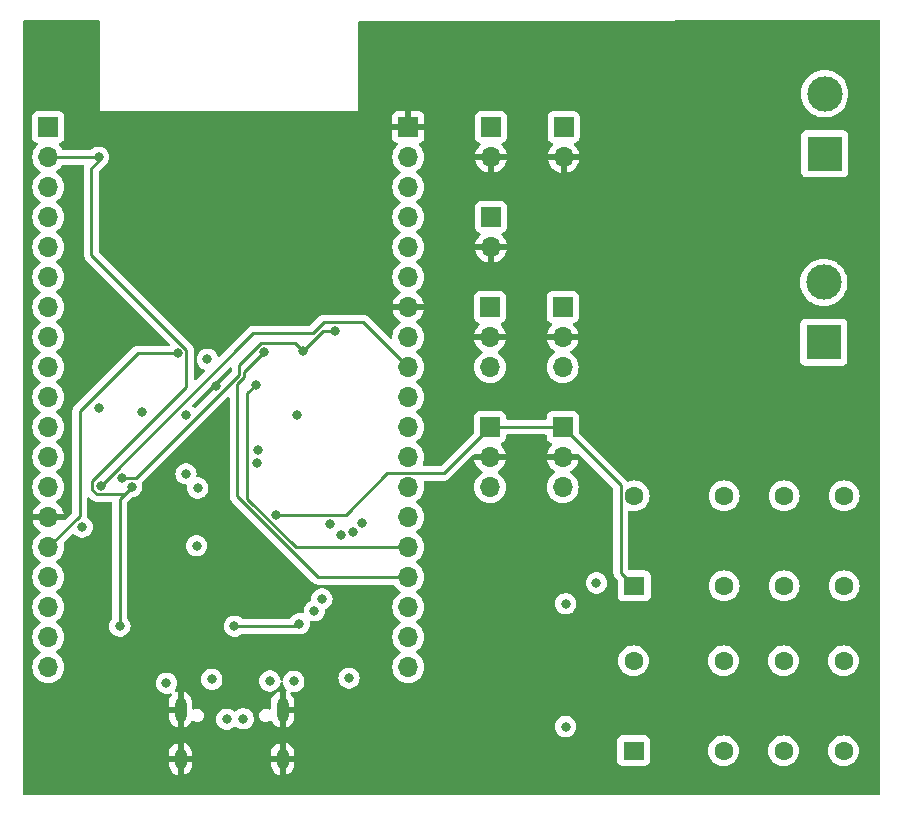
<source format=gbr>
%TF.GenerationSoftware,KiCad,Pcbnew,7.0.1*%
%TF.CreationDate,2023-04-20T15:34:14-04:00*%
%TF.ProjectId,esp,6573702e-6b69-4636-9164-5f7063625858,1.0*%
%TF.SameCoordinates,Original*%
%TF.FileFunction,Copper,L2,Inr*%
%TF.FilePolarity,Positive*%
%FSLAX46Y46*%
G04 Gerber Fmt 4.6, Leading zero omitted, Abs format (unit mm)*
G04 Created by KiCad (PCBNEW 7.0.1) date 2023-04-20 15:34:14*
%MOMM*%
%LPD*%
G01*
G04 APERTURE LIST*
%TA.AperFunction,ComponentPad*%
%ADD10R,3.000000X3.000000*%
%TD*%
%TA.AperFunction,ComponentPad*%
%ADD11C,3.000000*%
%TD*%
%TA.AperFunction,ComponentPad*%
%ADD12R,1.700000X1.700000*%
%TD*%
%TA.AperFunction,ComponentPad*%
%ADD13O,1.700000X1.700000*%
%TD*%
%TA.AperFunction,ComponentPad*%
%ADD14C,1.600000*%
%TD*%
%TA.AperFunction,ComponentPad*%
%ADD15R,1.800000X1.600000*%
%TD*%
%TA.AperFunction,ComponentPad*%
%ADD16O,1.000000X2.100000*%
%TD*%
%TA.AperFunction,ComponentPad*%
%ADD17O,1.000000X1.800000*%
%TD*%
%TA.AperFunction,ViaPad*%
%ADD18C,0.800000*%
%TD*%
%TA.AperFunction,Conductor*%
%ADD19C,0.250000*%
%TD*%
G04 APERTURE END LIST*
D10*
%TO.N,Net-(J2-Pin_1)*%
%TO.C,J2*%
X188975000Y-71705000D03*
D11*
%TO.N,Net-(J2-Pin_2)*%
X188975000Y-66625000D03*
%TD*%
D10*
%TO.N,Net-(J1-Pin_1)*%
%TO.C,J1*%
X188900000Y-87675000D03*
D11*
%TO.N,Net-(J1-Pin_2)*%
X188900000Y-82595000D03*
%TD*%
D12*
%TO.N,/IO21*%
%TO.C,J4*%
X160722734Y-77048200D03*
D13*
%TO.N,GND*%
X160722734Y-79588200D03*
%TD*%
D14*
%TO.N,Net-(J1-Pin_2)*%
%TO.C,K1*%
X180463300Y-108283900D03*
%TO.N,unconnected-(K1-Pad12)*%
X185543300Y-108283900D03*
%TO.N,Net-(J2-Pin_2)*%
X190623300Y-108283900D03*
%TO.N,Net-(J2-Pin_1)*%
X180463300Y-100663900D03*
%TO.N,unconnected-(K1-Pad22)*%
X185543300Y-100663900D03*
%TO.N,Net-(J1-Pin_1)*%
X190623300Y-100663900D03*
D15*
%TO.N,+5V*%
X172843300Y-108283900D03*
D14*
%TO.N,Net-(U3-O1)*%
X172843300Y-100663900D03*
%TD*%
D12*
%TO.N,+5V*%
%TO.C,J9*%
X160646534Y-84683600D03*
D13*
%TO.N,GND*%
X160646534Y-87223600D03*
%TO.N,/IO18*%
X160646534Y-89763600D03*
%TD*%
D12*
%TO.N,Net-(J7-Pin_1)*%
%TO.C,J7*%
X160722734Y-69428200D03*
D13*
%TO.N,GND*%
X160722734Y-71968200D03*
%TD*%
D12*
%TO.N,+5V*%
%TO.C,J6*%
X166793334Y-94843600D03*
D13*
%TO.N,GND*%
X166793334Y-97383600D03*
%TO.N,/IO16*%
X166793334Y-99923600D03*
%TD*%
D12*
%TO.N,Net-(J3-Pin_1)*%
%TO.C,J3*%
X166869534Y-69428200D03*
D13*
%TO.N,GND*%
X166869534Y-71968200D03*
%TD*%
D16*
%TO.N,GND*%
%TO.C,P1*%
X134440200Y-118764200D03*
D17*
X134440200Y-122944200D03*
D16*
X143080200Y-118764200D03*
D17*
X143080200Y-122944200D03*
%TD*%
D14*
%TO.N,Net-(J1-Pin_1)*%
%TO.C,K2*%
X180416200Y-122250200D03*
%TO.N,unconnected-(K2-Pad12)*%
X185496200Y-122250200D03*
%TO.N,Net-(J2-Pin_2)*%
X190576200Y-122250200D03*
%TO.N,Net-(J2-Pin_1)*%
X180416200Y-114630200D03*
%TO.N,unconnected-(K2-Pad22)*%
X185496200Y-114630200D03*
%TO.N,Net-(J1-Pin_2)*%
X190576200Y-114630200D03*
D15*
%TO.N,+5V*%
X172796200Y-122250200D03*
D14*
%TO.N,Net-(U3-O2)*%
X172796200Y-114630200D03*
%TD*%
D12*
%TO.N,+5V*%
%TO.C,J10*%
X160646534Y-94843600D03*
D13*
%TO.N,GND*%
X160646534Y-97383600D03*
%TO.N,/IO17*%
X160646534Y-99923600D03*
%TD*%
D12*
%TO.N,+3.3V*%
%TO.C,J11*%
X123240800Y-69453600D03*
D13*
%TO.N,/EN*%
X123240800Y-71993600D03*
%TO.N,/VP*%
X123240800Y-74533600D03*
%TO.N,/VN*%
X123240800Y-77073600D03*
%TO.N,/IO34*%
X123240800Y-79613600D03*
%TO.N,/IO35*%
X123240800Y-82153600D03*
%TO.N,/IO32*%
X123240800Y-84693600D03*
%TO.N,/IO33*%
X123240800Y-87233600D03*
%TO.N,/IO25*%
X123240800Y-89773600D03*
%TO.N,/IO26*%
X123240800Y-92313600D03*
%TO.N,/IO27*%
X123240800Y-94853600D03*
%TO.N,/IO14*%
X123240800Y-97393600D03*
%TO.N,/IO12*%
X123240800Y-99933600D03*
%TO.N,GND*%
X123240800Y-102473600D03*
%TO.N,/IO13*%
X123240800Y-105013600D03*
%TO.N,unconnected-(J11-Pin_16-Pad16)*%
X123240800Y-107553600D03*
%TO.N,unconnected-(J11-Pin_17-Pad17)*%
X123240800Y-110093600D03*
%TO.N,unconnected-(J11-Pin_18-Pad18)*%
X123240800Y-112633600D03*
%TO.N,+5V*%
X123240800Y-115173600D03*
%TD*%
D12*
%TO.N,+5V*%
%TO.C,J5*%
X166793334Y-84683600D03*
D13*
%TO.N,GND*%
X166793334Y-87223600D03*
%TO.N,/IO5*%
X166793334Y-89763600D03*
%TD*%
D12*
%TO.N,GND*%
%TO.C,J12*%
X153720800Y-69453600D03*
D13*
%TO.N,/IO23*%
X153720800Y-71993600D03*
%TO.N,/IO22*%
X153720800Y-74533600D03*
%TO.N,/RX*%
X153720800Y-77073600D03*
%TO.N,/TX*%
X153720800Y-79613600D03*
%TO.N,/IO21*%
X153720800Y-82153600D03*
%TO.N,GND*%
X153720800Y-84693600D03*
%TO.N,/IO19*%
X153720800Y-87233600D03*
%TO.N,/IO18*%
X153720800Y-89773600D03*
%TO.N,/IO5*%
X153720800Y-92313600D03*
%TO.N,/IO17*%
X153720800Y-94853600D03*
%TO.N,/IO16*%
X153720800Y-97393600D03*
%TO.N,/IO4*%
X153720800Y-99933600D03*
%TO.N,/IO0*%
X153720800Y-102473600D03*
%TO.N,/IO2*%
X153720800Y-105013600D03*
%TO.N,/IO15*%
X153720800Y-107553600D03*
%TO.N,unconnected-(J12-Pin_17-Pad17)*%
X153720800Y-110093600D03*
%TO.N,unconnected-(J12-Pin_18-Pad18)*%
X153720800Y-112633600D03*
%TO.N,unconnected-(J12-Pin_19-Pad19)*%
X153720800Y-115173600D03*
%TD*%
D18*
%TO.N,+5V*%
X142488700Y-102288700D03*
X139000000Y-111700000D03*
X144500000Y-111500000D03*
%TO.N,GND*%
X126750000Y-68900000D03*
X138660200Y-76100000D03*
X137950000Y-76835200D03*
X137400000Y-91400000D03*
X137950000Y-75435200D03*
X136550000Y-78235200D03*
X137950000Y-78235200D03*
X137260200Y-76150000D03*
X137260200Y-77550000D03*
X135860200Y-77550000D03*
X135860200Y-76150000D03*
X135844400Y-108055600D03*
X136550000Y-75435200D03*
X138660200Y-77550000D03*
X136550000Y-76835200D03*
%TO.N,+3.3V*%
X134900000Y-93800000D03*
X144300000Y-93800000D03*
X141024283Y-96775500D03*
X126100000Y-103300000D03*
X167050000Y-109800000D03*
X167050000Y-120200000D03*
%TO.N,Net-(U2-DTR)*%
X134900000Y-98800000D03*
X149017100Y-103700000D03*
%TO.N,Net-(D1-K)*%
X146400000Y-109400000D03*
X135900000Y-100000000D03*
%TO.N,Net-(D2-K)*%
X145767100Y-110400000D03*
X140950000Y-97875000D03*
%TO.N,/EN*%
X127500000Y-71993600D03*
X129300000Y-111700000D03*
X130300000Y-99900000D03*
%TO.N,/IO13*%
X134200000Y-88600000D03*
%TO.N,/IO21*%
X169650000Y-108050000D03*
%TO.N,/IO18*%
X127700000Y-99800000D03*
%TO.N,/IO17*%
X136713000Y-89100000D03*
%TO.N,/IO16*%
X148700000Y-116100000D03*
%TO.N,/IO0*%
X129468100Y-99168100D03*
X144800000Y-88375500D03*
X147500000Y-86700000D03*
%TO.N,/IO2*%
X140800000Y-91300000D03*
%TO.N,/IO15*%
X141500000Y-88500000D03*
%TO.N,Net-(P1-CC1)*%
X133250000Y-116525000D03*
X137084700Y-116200000D03*
%TO.N,/D+*%
X139749500Y-119538741D03*
X138350000Y-119575000D03*
%TO.N,/RST*%
X135800000Y-104900000D03*
X148000000Y-104000000D03*
%TO.N,Net-(U2-TXD)*%
X149800000Y-103000000D03*
X131200000Y-93600000D03*
%TO.N,Net-(U2-RXD)*%
X127500000Y-93200000D03*
X147100000Y-103013200D03*
%TO.N,Net-(P1-CC2)*%
X144025000Y-116375000D03*
X142000000Y-116350000D03*
%TD*%
D19*
%TO.N,+5V*%
X171718300Y-99768566D02*
X166793334Y-94843600D01*
X156731534Y-98758600D02*
X160646534Y-94843600D01*
X160646534Y-94843600D02*
X166793334Y-94843600D01*
X142488700Y-102288700D02*
X148411300Y-102288700D01*
X144300000Y-111700000D02*
X144500000Y-111500000D01*
X151941400Y-98758600D02*
X156731534Y-98758600D01*
X148411300Y-102288700D02*
X151941400Y-98758600D01*
X139000000Y-111700000D02*
X144300000Y-111700000D01*
X171718300Y-107158900D02*
X171718300Y-99768566D01*
X172843300Y-108283900D02*
X171718300Y-107158900D01*
%TO.N,/EN*%
X134925000Y-88299695D02*
X134925000Y-91475000D01*
X129675000Y-100525000D02*
X130300000Y-99900000D01*
X129300000Y-100900000D02*
X130300000Y-99900000D01*
X126900000Y-80274695D02*
X134925000Y-88299695D01*
X129300000Y-111700000D02*
X129300000Y-100900000D01*
X127500000Y-71993600D02*
X127500000Y-72350000D01*
X127325000Y-100525000D02*
X129675000Y-100525000D01*
X134925000Y-91475000D02*
X126975000Y-99425000D01*
X127500000Y-71993600D02*
X123240800Y-71993600D01*
X127500000Y-72350000D02*
X126900000Y-72950000D01*
X126975000Y-100175000D02*
X127325000Y-100525000D01*
X126900000Y-72950000D02*
X126900000Y-80274695D01*
X126975000Y-99425000D02*
X126975000Y-100175000D01*
%TO.N,/IO13*%
X125900000Y-93500000D02*
X125900000Y-102354400D01*
X130800000Y-88600000D02*
X125900000Y-93500000D01*
X125900000Y-102354400D02*
X123240800Y-105013600D01*
X134200000Y-88600000D02*
X130800000Y-88600000D01*
%TO.N,/IO18*%
X127700000Y-99800000D02*
X140600000Y-86900000D01*
X149922200Y-85975000D02*
X153720800Y-89773600D01*
X146564104Y-85975000D02*
X149922200Y-85975000D01*
X140600000Y-86900000D02*
X145639104Y-86900000D01*
X145639104Y-86900000D02*
X146564104Y-85975000D01*
%TO.N,/IO0*%
X130657205Y-99168100D02*
X139400000Y-90425305D01*
X147500000Y-86700000D02*
X146475500Y-86700000D01*
X139400000Y-89574695D02*
X141274695Y-87700000D01*
X146475500Y-86700000D02*
X144800000Y-88375500D01*
X144124500Y-87700000D02*
X144800000Y-88375500D01*
X129468100Y-99168100D02*
X130657205Y-99168100D01*
X141274695Y-87700000D02*
X144124500Y-87700000D01*
X139400000Y-90425305D02*
X139400000Y-89574695D01*
%TO.N,/IO2*%
X153720800Y-105013600D02*
X144188295Y-105013600D01*
X140100000Y-100925305D02*
X140100000Y-92000000D01*
X140100000Y-92000000D02*
X140800000Y-91300000D01*
X144188295Y-105013600D02*
X140100000Y-100925305D01*
%TO.N,/IO15*%
X139225000Y-100686701D02*
X146091899Y-107553600D01*
X141500000Y-88500000D02*
X139850000Y-90150000D01*
X139225000Y-91236701D02*
X139225000Y-100686701D01*
X139850000Y-90150000D02*
X139850000Y-90611701D01*
X139850000Y-90611701D02*
X139225000Y-91236701D01*
X146091899Y-107553600D02*
X153720800Y-107553600D01*
%TD*%
%TA.AperFunction,Conductor*%
%TO.N,GND*%
G36*
X138723385Y-89809135D02*
G01*
X138760985Y-89853158D01*
X138774500Y-89909453D01*
X138774500Y-90114852D01*
X138765061Y-90162305D01*
X138738181Y-90202533D01*
X135744069Y-93196643D01*
X135686386Y-93229279D01*
X135620134Y-93227544D01*
X135564238Y-93191935D01*
X135557997Y-93185004D01*
X135505871Y-93127112D01*
X135479458Y-93107922D01*
X135444156Y-93068195D01*
X135428727Y-93017334D01*
X135436009Y-92964687D01*
X135464662Y-92919926D01*
X138562818Y-89821772D01*
X138612182Y-89791522D01*
X138669898Y-89786980D01*
X138723385Y-89809135D01*
G37*
%TD.AperFunction*%
%TA.AperFunction,Conductor*%
G36*
X127538000Y-60416613D02*
G01*
X127583387Y-60462000D01*
X127600000Y-60524000D01*
X127600000Y-68100000D01*
X149500000Y-68100000D01*
X149500000Y-66624999D01*
X186969389Y-66624999D01*
X186989804Y-66910429D01*
X187050629Y-67190041D01*
X187150634Y-67458163D01*
X187287772Y-67709313D01*
X187373517Y-67823855D01*
X187459261Y-67938395D01*
X187661605Y-68140739D01*
X187833415Y-68269354D01*
X187890686Y-68312227D01*
X188030435Y-68388535D01*
X188141839Y-68449367D01*
X188409954Y-68549369D01*
X188409957Y-68549369D01*
X188409958Y-68549370D01*
X188462217Y-68560738D01*
X188689572Y-68610196D01*
X188953012Y-68629037D01*
X188974999Y-68630610D01*
X188974999Y-68630609D01*
X188975000Y-68630610D01*
X189260428Y-68610196D01*
X189540046Y-68549369D01*
X189808161Y-68449367D01*
X190059315Y-68312226D01*
X190288395Y-68140739D01*
X190490739Y-67938395D01*
X190662226Y-67709315D01*
X190799367Y-67458161D01*
X190899369Y-67190046D01*
X190960196Y-66910428D01*
X190980610Y-66625000D01*
X190960196Y-66339572D01*
X190899369Y-66059954D01*
X190799367Y-65791839D01*
X190662226Y-65540685D01*
X190490739Y-65311605D01*
X190288395Y-65109261D01*
X190173855Y-65023517D01*
X190059313Y-64937772D01*
X189808163Y-64800634D01*
X189808162Y-64800633D01*
X189808161Y-64800633D01*
X189540046Y-64700631D01*
X189540041Y-64700629D01*
X189260429Y-64639804D01*
X188975000Y-64619389D01*
X188689570Y-64639804D01*
X188409958Y-64700629D01*
X188141836Y-64800634D01*
X187890686Y-64937772D01*
X187661602Y-65109263D01*
X187459263Y-65311602D01*
X187287772Y-65540686D01*
X187150634Y-65791836D01*
X187050629Y-66059958D01*
X186989804Y-66339570D01*
X186969389Y-66624999D01*
X149500000Y-66624999D01*
X149500000Y-60573860D01*
X149516589Y-60511900D01*
X149561919Y-60466520D01*
X149623860Y-60449860D01*
X158780526Y-60439501D01*
X193575861Y-60400140D01*
X193637919Y-60416706D01*
X193683364Y-60462100D01*
X193700000Y-60524140D01*
X193700000Y-125876000D01*
X193683387Y-125938000D01*
X193638000Y-125983387D01*
X193576000Y-126000000D01*
X121224000Y-126000000D01*
X121162000Y-125983387D01*
X121116613Y-125938000D01*
X121100000Y-125876000D01*
X121100000Y-123194200D01*
X133440200Y-123194200D01*
X133440200Y-123394910D01*
X133455619Y-123546539D01*
X133516503Y-123740589D01*
X133615203Y-123918414D01*
X133747679Y-124072731D01*
X133908507Y-124197221D01*
X134091105Y-124286789D01*
X134190199Y-124312446D01*
X134190200Y-124312446D01*
X134190200Y-123194200D01*
X134690200Y-123194200D01*
X134690200Y-124317566D01*
X134692148Y-124317267D01*
X134882863Y-124246635D01*
X135055463Y-124139054D01*
X135202869Y-123998933D01*
X135319055Y-123832005D01*
X135399259Y-123645107D01*
X135440200Y-123445889D01*
X135440200Y-123194200D01*
X142080200Y-123194200D01*
X142080200Y-123394910D01*
X142095619Y-123546539D01*
X142156503Y-123740589D01*
X142255203Y-123918414D01*
X142387679Y-124072731D01*
X142548507Y-124197221D01*
X142731105Y-124286789D01*
X142830199Y-124312446D01*
X142830200Y-124312447D01*
X142830200Y-123194200D01*
X143330200Y-123194200D01*
X143330200Y-124317566D01*
X143332148Y-124317267D01*
X143522863Y-124246635D01*
X143695463Y-124139054D01*
X143842869Y-123998933D01*
X143959055Y-123832005D01*
X144039259Y-123645107D01*
X144080200Y-123445889D01*
X144080200Y-123194200D01*
X143330200Y-123194200D01*
X142830200Y-123194200D01*
X142080200Y-123194200D01*
X135440200Y-123194200D01*
X134690200Y-123194200D01*
X134190200Y-123194200D01*
X133440200Y-123194200D01*
X121100000Y-123194200D01*
X121100000Y-123098069D01*
X171395700Y-123098069D01*
X171402109Y-123157683D01*
X171452404Y-123292531D01*
X171538654Y-123407746D01*
X171653869Y-123493996D01*
X171788717Y-123544291D01*
X171848327Y-123550700D01*
X173744072Y-123550699D01*
X173803683Y-123544291D01*
X173938531Y-123493996D01*
X174053746Y-123407746D01*
X174139996Y-123292531D01*
X174190291Y-123157683D01*
X174196700Y-123098073D01*
X174196699Y-122250200D01*
X179110731Y-122250200D01*
X179130564Y-122476889D01*
X179189461Y-122696697D01*
X179285632Y-122902935D01*
X179416153Y-123089340D01*
X179577059Y-123250246D01*
X179763464Y-123380767D01*
X179763465Y-123380767D01*
X179763466Y-123380768D01*
X179969704Y-123476939D01*
X180189508Y-123535835D01*
X180416200Y-123555668D01*
X180642892Y-123535835D01*
X180862696Y-123476939D01*
X181068934Y-123380768D01*
X181255339Y-123250247D01*
X181416247Y-123089339D01*
X181546768Y-122902934D01*
X181642939Y-122696696D01*
X181701835Y-122476892D01*
X181721668Y-122250200D01*
X184190731Y-122250200D01*
X184210564Y-122476889D01*
X184269461Y-122696697D01*
X184365632Y-122902935D01*
X184496153Y-123089340D01*
X184657059Y-123250246D01*
X184843464Y-123380767D01*
X184843465Y-123380767D01*
X184843466Y-123380768D01*
X185049704Y-123476939D01*
X185269508Y-123535835D01*
X185496200Y-123555668D01*
X185722892Y-123535835D01*
X185942696Y-123476939D01*
X186148934Y-123380768D01*
X186335339Y-123250247D01*
X186496247Y-123089339D01*
X186626768Y-122902934D01*
X186722939Y-122696696D01*
X186781835Y-122476892D01*
X186801668Y-122250200D01*
X189270731Y-122250200D01*
X189290564Y-122476889D01*
X189349461Y-122696697D01*
X189445632Y-122902935D01*
X189576153Y-123089340D01*
X189737059Y-123250246D01*
X189923464Y-123380767D01*
X189923465Y-123380767D01*
X189923466Y-123380768D01*
X190129704Y-123476939D01*
X190349508Y-123535835D01*
X190576200Y-123555668D01*
X190802892Y-123535835D01*
X191022696Y-123476939D01*
X191228934Y-123380768D01*
X191415339Y-123250247D01*
X191576247Y-123089339D01*
X191706768Y-122902934D01*
X191802939Y-122696696D01*
X191861835Y-122476892D01*
X191881668Y-122250200D01*
X191861835Y-122023508D01*
X191802939Y-121803704D01*
X191706768Y-121597466D01*
X191688120Y-121570834D01*
X191576246Y-121411059D01*
X191415340Y-121250153D01*
X191228935Y-121119632D01*
X191022697Y-121023461D01*
X190802889Y-120964564D01*
X190576200Y-120944731D01*
X190349510Y-120964564D01*
X190129702Y-121023461D01*
X189923464Y-121119632D01*
X189737059Y-121250153D01*
X189576153Y-121411059D01*
X189445632Y-121597464D01*
X189349461Y-121803702D01*
X189290564Y-122023510D01*
X189270731Y-122250200D01*
X186801668Y-122250200D01*
X186781835Y-122023508D01*
X186722939Y-121803704D01*
X186626768Y-121597466D01*
X186608120Y-121570834D01*
X186496246Y-121411059D01*
X186335340Y-121250153D01*
X186148935Y-121119632D01*
X185942697Y-121023461D01*
X185722889Y-120964564D01*
X185496200Y-120944731D01*
X185269510Y-120964564D01*
X185049702Y-121023461D01*
X184843464Y-121119632D01*
X184657059Y-121250153D01*
X184496153Y-121411059D01*
X184365632Y-121597464D01*
X184269461Y-121803702D01*
X184210564Y-122023510D01*
X184190731Y-122250200D01*
X181721668Y-122250200D01*
X181701835Y-122023508D01*
X181642939Y-121803704D01*
X181546768Y-121597466D01*
X181528120Y-121570834D01*
X181416246Y-121411059D01*
X181255340Y-121250153D01*
X181068935Y-121119632D01*
X180862697Y-121023461D01*
X180642889Y-120964564D01*
X180416200Y-120944731D01*
X180189510Y-120964564D01*
X179969702Y-121023461D01*
X179763464Y-121119632D01*
X179577059Y-121250153D01*
X179416153Y-121411059D01*
X179285632Y-121597464D01*
X179189461Y-121803702D01*
X179130564Y-122023510D01*
X179110731Y-122250200D01*
X174196699Y-122250200D01*
X174196699Y-121402328D01*
X174190291Y-121342717D01*
X174139996Y-121207869D01*
X174053746Y-121092654D01*
X173938531Y-121006404D01*
X173803683Y-120956109D01*
X173744073Y-120949700D01*
X173744069Y-120949700D01*
X171848330Y-120949700D01*
X171788715Y-120956109D01*
X171653869Y-121006404D01*
X171538654Y-121092654D01*
X171452404Y-121207868D01*
X171402109Y-121342716D01*
X171395700Y-121402330D01*
X171395700Y-123098069D01*
X121100000Y-123098069D01*
X121100000Y-122694200D01*
X133440200Y-122694200D01*
X134190200Y-122694200D01*
X134190200Y-121575953D01*
X134690200Y-121575953D01*
X134690200Y-122694200D01*
X135440200Y-122694200D01*
X142080200Y-122694200D01*
X142830200Y-122694200D01*
X142830200Y-121575953D01*
X143330200Y-121575953D01*
X143330200Y-122694200D01*
X144080200Y-122694200D01*
X144080200Y-122493490D01*
X144064780Y-122341860D01*
X144003896Y-122147810D01*
X143905196Y-121969985D01*
X143772720Y-121815668D01*
X143611892Y-121691178D01*
X143429294Y-121601610D01*
X143330200Y-121575953D01*
X142830200Y-121575953D01*
X142830200Y-121570834D01*
X142828251Y-121571132D01*
X142637536Y-121641764D01*
X142464936Y-121749345D01*
X142317530Y-121889466D01*
X142201344Y-122056394D01*
X142121140Y-122243292D01*
X142080200Y-122442511D01*
X142080200Y-122694200D01*
X135440200Y-122694200D01*
X135440200Y-122493490D01*
X135424780Y-122341860D01*
X135363896Y-122147810D01*
X135265196Y-121969985D01*
X135132720Y-121815668D01*
X134971892Y-121691178D01*
X134789294Y-121601610D01*
X134690200Y-121575953D01*
X134190200Y-121575953D01*
X134190200Y-121570834D01*
X134188251Y-121571132D01*
X133997536Y-121641764D01*
X133824936Y-121749345D01*
X133677530Y-121889466D01*
X133561344Y-122056394D01*
X133481140Y-122243292D01*
X133440200Y-122442511D01*
X133440200Y-122694200D01*
X121100000Y-122694200D01*
X121100000Y-119014200D01*
X133440200Y-119014200D01*
X133440200Y-119364910D01*
X133455619Y-119516539D01*
X133516503Y-119710589D01*
X133615203Y-119888414D01*
X133747679Y-120042731D01*
X133908507Y-120167221D01*
X134091105Y-120256789D01*
X134190199Y-120282446D01*
X134190200Y-120282446D01*
X134190200Y-119014200D01*
X133440200Y-119014200D01*
X121100000Y-119014200D01*
X121100000Y-115173599D01*
X121885140Y-115173599D01*
X121905736Y-115409007D01*
X121937382Y-115527110D01*
X121966897Y-115637263D01*
X122066765Y-115851430D01*
X122202305Y-116045001D01*
X122369399Y-116212095D01*
X122562970Y-116347635D01*
X122777137Y-116447503D01*
X123005392Y-116508663D01*
X123240800Y-116529259D01*
X123289491Y-116524999D01*
X132344540Y-116524999D01*
X132364326Y-116713257D01*
X132422820Y-116893284D01*
X132517466Y-117057216D01*
X132644129Y-117197889D01*
X132797269Y-117309151D01*
X132970197Y-117386144D01*
X133155352Y-117425500D01*
X133155354Y-117425500D01*
X133344646Y-117425500D01*
X133344647Y-117425500D01*
X133434539Y-117406392D01*
X133529803Y-117386144D01*
X133529803Y-117386143D01*
X133538115Y-117384377D01*
X133596758Y-117386101D01*
X133648044Y-117414590D01*
X133680494Y-117463466D01*
X133686843Y-117521790D01*
X133665671Y-117576504D01*
X133561344Y-117726394D01*
X133481140Y-117913292D01*
X133440200Y-118112511D01*
X133440200Y-118514200D01*
X134190200Y-118514200D01*
X134190200Y-117245953D01*
X134690200Y-117245953D01*
X134690200Y-120287566D01*
X134692148Y-120287267D01*
X134882863Y-120216635D01*
X135055463Y-120109054D01*
X135202869Y-119968933D01*
X135319056Y-119802004D01*
X135332122Y-119771557D01*
X135365203Y-119726456D01*
X135414738Y-119700480D01*
X135470649Y-119698916D01*
X135521558Y-119722079D01*
X135579967Y-119766898D01*
X135719963Y-119824886D01*
X135719964Y-119824887D01*
X135832479Y-119839700D01*
X135832480Y-119839700D01*
X135907920Y-119839700D01*
X135907921Y-119839700D01*
X135964177Y-119832293D01*
X136020436Y-119824887D01*
X136160433Y-119766898D01*
X136280651Y-119674651D01*
X136357116Y-119575000D01*
X137444540Y-119575000D01*
X137464326Y-119763257D01*
X137522820Y-119943284D01*
X137617466Y-120107216D01*
X137744129Y-120247889D01*
X137897269Y-120359151D01*
X138070197Y-120436144D01*
X138255352Y-120475500D01*
X138255354Y-120475500D01*
X138444646Y-120475500D01*
X138444648Y-120475500D01*
X138568083Y-120449262D01*
X138629803Y-120436144D01*
X138802730Y-120359151D01*
X138955871Y-120247888D01*
X138975152Y-120226473D01*
X139024890Y-120192924D01*
X139084558Y-120186653D01*
X139140186Y-120209128D01*
X139296769Y-120322892D01*
X139469697Y-120399885D01*
X139654852Y-120439241D01*
X139654854Y-120439241D01*
X139844146Y-120439241D01*
X139844148Y-120439241D01*
X139967583Y-120413003D01*
X140029303Y-120399885D01*
X140202230Y-120322892D01*
X140257898Y-120282447D01*
X140355370Y-120211630D01*
X140377860Y-120186653D01*
X140482033Y-120070957D01*
X140576679Y-119907025D01*
X140635174Y-119726997D01*
X140654960Y-119538741D01*
X140635174Y-119350485D01*
X140607137Y-119264199D01*
X141069733Y-119264199D01*
X141089512Y-119414435D01*
X141141002Y-119538741D01*
X141147502Y-119554433D01*
X141239749Y-119674651D01*
X141359967Y-119766898D01*
X141499963Y-119824886D01*
X141499964Y-119824887D01*
X141612479Y-119839700D01*
X141612480Y-119839700D01*
X141687920Y-119839700D01*
X141687921Y-119839700D01*
X141744177Y-119832293D01*
X141800436Y-119824887D01*
X141940433Y-119766898D01*
X141999780Y-119721358D01*
X142047616Y-119698858D01*
X142100481Y-119698327D01*
X142148762Y-119719866D01*
X142183683Y-119759559D01*
X142255203Y-119888414D01*
X142387679Y-120042731D01*
X142548507Y-120167221D01*
X142731105Y-120256789D01*
X142830199Y-120282446D01*
X142830200Y-120282447D01*
X142830200Y-119014200D01*
X143330200Y-119014200D01*
X143330200Y-120287566D01*
X143332148Y-120287267D01*
X143522863Y-120216635D01*
X143549553Y-120199999D01*
X166144540Y-120199999D01*
X166164326Y-120388257D01*
X166222820Y-120568284D01*
X166317466Y-120732216D01*
X166444129Y-120872889D01*
X166597269Y-120984151D01*
X166770197Y-121061144D01*
X166955352Y-121100500D01*
X166955354Y-121100500D01*
X167144646Y-121100500D01*
X167144648Y-121100500D01*
X167268083Y-121074262D01*
X167329803Y-121061144D01*
X167502730Y-120984151D01*
X167655871Y-120872888D01*
X167782533Y-120732216D01*
X167877179Y-120568284D01*
X167935674Y-120388256D01*
X167955460Y-120200000D01*
X167935674Y-120011744D01*
X167901649Y-119907025D01*
X167877179Y-119831715D01*
X167782533Y-119667783D01*
X167655870Y-119527110D01*
X167502730Y-119415848D01*
X167329802Y-119338855D01*
X167144648Y-119299500D01*
X167144646Y-119299500D01*
X166955354Y-119299500D01*
X166955352Y-119299500D01*
X166770197Y-119338855D01*
X166597269Y-119415848D01*
X166444129Y-119527110D01*
X166317466Y-119667783D01*
X166222820Y-119831715D01*
X166164326Y-120011742D01*
X166144540Y-120199999D01*
X143549553Y-120199999D01*
X143695463Y-120109054D01*
X143842869Y-119968933D01*
X143959055Y-119802005D01*
X144039259Y-119615107D01*
X144080200Y-119415889D01*
X144080200Y-119014200D01*
X143330200Y-119014200D01*
X142830200Y-119014200D01*
X142830200Y-117240834D01*
X142828251Y-117241132D01*
X142637537Y-117311763D01*
X142582102Y-117346316D01*
X142580794Y-117346722D01*
X142579828Y-117347733D01*
X142464935Y-117419347D01*
X142317530Y-117559466D01*
X142201344Y-117726394D01*
X142121140Y-117913292D01*
X142080200Y-118112511D01*
X142080200Y-118633816D01*
X142065558Y-118692269D01*
X142025091Y-118736918D01*
X141968354Y-118757219D01*
X141908747Y-118748377D01*
X141800435Y-118703512D01*
X141687921Y-118688700D01*
X141687920Y-118688700D01*
X141612480Y-118688700D01*
X141612479Y-118688700D01*
X141499964Y-118703512D01*
X141359968Y-118761501D01*
X141239749Y-118853749D01*
X141147501Y-118973968D01*
X141089512Y-119113964D01*
X141069733Y-119264199D01*
X140607137Y-119264199D01*
X140604832Y-119257104D01*
X140576679Y-119170456D01*
X140482033Y-119006524D01*
X140355370Y-118865851D01*
X140202230Y-118754589D01*
X140029302Y-118677596D01*
X139844148Y-118638241D01*
X139844146Y-118638241D01*
X139654854Y-118638241D01*
X139654852Y-118638241D01*
X139469697Y-118677596D01*
X139296769Y-118754589D01*
X139143628Y-118865853D01*
X139124345Y-118887268D01*
X139074606Y-118920817D01*
X139014938Y-118927087D01*
X138959311Y-118904612D01*
X138955872Y-118902114D01*
X138955871Y-118902112D01*
X138802730Y-118790849D01*
X138802729Y-118790848D01*
X138802727Y-118790847D01*
X138629802Y-118713855D01*
X138444648Y-118674500D01*
X138444646Y-118674500D01*
X138255354Y-118674500D01*
X138255352Y-118674500D01*
X138070197Y-118713855D01*
X137897269Y-118790848D01*
X137744129Y-118902110D01*
X137617466Y-119042783D01*
X137522820Y-119206715D01*
X137464326Y-119386742D01*
X137444540Y-119575000D01*
X136357116Y-119575000D01*
X136372898Y-119554433D01*
X136430887Y-119414436D01*
X136450666Y-119264200D01*
X136430887Y-119113964D01*
X136372898Y-118973967D01*
X136280651Y-118853749D01*
X136160433Y-118761502D01*
X136150093Y-118757219D01*
X136020435Y-118703512D01*
X135907921Y-118688700D01*
X135907920Y-118688700D01*
X135832480Y-118688700D01*
X135832479Y-118688700D01*
X135719964Y-118703512D01*
X135611653Y-118748377D01*
X135552046Y-118757219D01*
X135495309Y-118736918D01*
X135454842Y-118692269D01*
X135440200Y-118633816D01*
X135440200Y-118163490D01*
X135424780Y-118011860D01*
X135363896Y-117817810D01*
X135265196Y-117639985D01*
X135132720Y-117485668D01*
X134971892Y-117361178D01*
X134789294Y-117271610D01*
X134690200Y-117245953D01*
X134190200Y-117245953D01*
X134190200Y-117240834D01*
X134188255Y-117241131D01*
X134103194Y-117272634D01*
X134038293Y-117278414D01*
X133979422Y-117250492D01*
X133942834Y-117196576D01*
X133938634Y-117131554D01*
X133967980Y-117073379D01*
X133978996Y-117061144D01*
X133982533Y-117057216D01*
X134077179Y-116893284D01*
X134135674Y-116713256D01*
X134155460Y-116525000D01*
X134135674Y-116336744D01*
X134091243Y-116200000D01*
X136179240Y-116200000D01*
X136199026Y-116388257D01*
X136257520Y-116568284D01*
X136352166Y-116732216D01*
X136478829Y-116872889D01*
X136631969Y-116984151D01*
X136804897Y-117061144D01*
X136990052Y-117100500D01*
X136990054Y-117100500D01*
X137179346Y-117100500D01*
X137179348Y-117100500D01*
X137306941Y-117073379D01*
X137364503Y-117061144D01*
X137537430Y-116984151D01*
X137569097Y-116961144D01*
X137690570Y-116872889D01*
X137817233Y-116732216D01*
X137911879Y-116568284D01*
X137925943Y-116524999D01*
X137970374Y-116388256D01*
X137974395Y-116350000D01*
X141094540Y-116350000D01*
X141114326Y-116538257D01*
X141172820Y-116718284D01*
X141267466Y-116882216D01*
X141394129Y-117022889D01*
X141547269Y-117134151D01*
X141720197Y-117211144D01*
X141905352Y-117250500D01*
X141905354Y-117250500D01*
X142094646Y-117250500D01*
X142094648Y-117250500D01*
X142226410Y-117222493D01*
X142279803Y-117211144D01*
X142452730Y-117134151D01*
X142605871Y-117022888D01*
X142732533Y-116882216D01*
X142827179Y-116718284D01*
X142885674Y-116538256D01*
X142887866Y-116517398D01*
X142908385Y-116461023D01*
X142952971Y-116420877D01*
X143011185Y-116406362D01*
X143069400Y-116420876D01*
X143113986Y-116461022D01*
X143134506Y-116517397D01*
X143136699Y-116538257D01*
X143139326Y-116563257D01*
X143197820Y-116743284D01*
X143292466Y-116907216D01*
X143402890Y-117029854D01*
X143431708Y-117085572D01*
X143429568Y-117148265D01*
X143397017Y-117201889D01*
X143360508Y-117222493D01*
X143330200Y-117245953D01*
X143330200Y-118514200D01*
X144080200Y-118514200D01*
X144080200Y-118163490D01*
X144064780Y-118011860D01*
X144003896Y-117817810D01*
X143905196Y-117639985D01*
X143772722Y-117485670D01*
X143767887Y-117481928D01*
X143728341Y-117429130D01*
X143721467Y-117363523D01*
X143749210Y-117303674D01*
X143803718Y-117266522D01*
X143869567Y-117262580D01*
X143930352Y-117275500D01*
X143930354Y-117275500D01*
X144119646Y-117275500D01*
X144119648Y-117275500D01*
X144258655Y-117245953D01*
X144304803Y-117236144D01*
X144477730Y-117159151D01*
X144512140Y-117134151D01*
X144630870Y-117047889D01*
X144757533Y-116907216D01*
X144852179Y-116743284D01*
X144909040Y-116568284D01*
X144910674Y-116563256D01*
X144930460Y-116375000D01*
X144910674Y-116186744D01*
X144882489Y-116099999D01*
X147794540Y-116099999D01*
X147814326Y-116288257D01*
X147872820Y-116468284D01*
X147967466Y-116632216D01*
X148094129Y-116772889D01*
X148247269Y-116884151D01*
X148420197Y-116961144D01*
X148605352Y-117000500D01*
X148605354Y-117000500D01*
X148794646Y-117000500D01*
X148794648Y-117000500D01*
X148918083Y-116974262D01*
X148979803Y-116961144D01*
X149152730Y-116884151D01*
X149305871Y-116772888D01*
X149432533Y-116632216D01*
X149527179Y-116468284D01*
X149585674Y-116288256D01*
X149605460Y-116100000D01*
X149585674Y-115911744D01*
X149536619Y-115760768D01*
X149527179Y-115731715D01*
X149432533Y-115567783D01*
X149305870Y-115427110D01*
X149152730Y-115315848D01*
X148979802Y-115238855D01*
X148794648Y-115199500D01*
X148794646Y-115199500D01*
X148605354Y-115199500D01*
X148605352Y-115199500D01*
X148420197Y-115238855D01*
X148247269Y-115315848D01*
X148094129Y-115427110D01*
X147967466Y-115567783D01*
X147872820Y-115731715D01*
X147814326Y-115911742D01*
X147794540Y-116099999D01*
X144882489Y-116099999D01*
X144852179Y-116006716D01*
X144852179Y-116006715D01*
X144757533Y-115842783D01*
X144630870Y-115702110D01*
X144477730Y-115590848D01*
X144304802Y-115513855D01*
X144119648Y-115474500D01*
X144119646Y-115474500D01*
X143930354Y-115474500D01*
X143930352Y-115474500D01*
X143745197Y-115513855D01*
X143572269Y-115590848D01*
X143419129Y-115702110D01*
X143292466Y-115842783D01*
X143197820Y-116006715D01*
X143139325Y-116186747D01*
X143137133Y-116207601D01*
X143116612Y-116263979D01*
X143072025Y-116304124D01*
X143013811Y-116318637D01*
X142955597Y-116304122D01*
X142911011Y-116263975D01*
X142890493Y-116207601D01*
X142885674Y-116161744D01*
X142835302Y-116006715D01*
X142827179Y-115981715D01*
X142732533Y-115817783D01*
X142605870Y-115677110D01*
X142452730Y-115565848D01*
X142279802Y-115488855D01*
X142094648Y-115449500D01*
X142094646Y-115449500D01*
X141905354Y-115449500D01*
X141905352Y-115449500D01*
X141720197Y-115488855D01*
X141547269Y-115565848D01*
X141394129Y-115677110D01*
X141267466Y-115817783D01*
X141172820Y-115981715D01*
X141114326Y-116161742D01*
X141094540Y-116350000D01*
X137974395Y-116350000D01*
X137990160Y-116200000D01*
X137970374Y-116011744D01*
X137937881Y-115911742D01*
X137911879Y-115831715D01*
X137817233Y-115667783D01*
X137690570Y-115527110D01*
X137537430Y-115415848D01*
X137364502Y-115338855D01*
X137179348Y-115299500D01*
X137179346Y-115299500D01*
X136990054Y-115299500D01*
X136990052Y-115299500D01*
X136804897Y-115338855D01*
X136631969Y-115415848D01*
X136478829Y-115527110D01*
X136352166Y-115667783D01*
X136257520Y-115831715D01*
X136199026Y-116011742D01*
X136179240Y-116200000D01*
X134091243Y-116200000D01*
X134077179Y-116156716D01*
X134077179Y-116156715D01*
X133982533Y-115992783D01*
X133855870Y-115852110D01*
X133702730Y-115740848D01*
X133529802Y-115663855D01*
X133344648Y-115624500D01*
X133344646Y-115624500D01*
X133155354Y-115624500D01*
X133155352Y-115624500D01*
X132970197Y-115663855D01*
X132797269Y-115740848D01*
X132644129Y-115852110D01*
X132517466Y-115992783D01*
X132422820Y-116156715D01*
X132364326Y-116336742D01*
X132344540Y-116524999D01*
X123289491Y-116524999D01*
X123476208Y-116508663D01*
X123704463Y-116447503D01*
X123918630Y-116347635D01*
X124112201Y-116212095D01*
X124279295Y-116045001D01*
X124414835Y-115851430D01*
X124514703Y-115637263D01*
X124575863Y-115409008D01*
X124596459Y-115173600D01*
X124575863Y-114938192D01*
X124514703Y-114709937D01*
X124414835Y-114495771D01*
X124279295Y-114302199D01*
X124112201Y-114135105D01*
X123926639Y-114005173D01*
X123887775Y-113960857D01*
X123873764Y-113903600D01*
X123887775Y-113846343D01*
X123926639Y-113802026D01*
X124112201Y-113672095D01*
X124279295Y-113505001D01*
X124414835Y-113311430D01*
X124514703Y-113097263D01*
X124575863Y-112869008D01*
X124596459Y-112633600D01*
X124575863Y-112398192D01*
X124514703Y-112169937D01*
X124414835Y-111955771D01*
X124279295Y-111762199D01*
X124112201Y-111595105D01*
X123926639Y-111465173D01*
X123887774Y-111420855D01*
X123873764Y-111363599D01*
X123887775Y-111306342D01*
X123926637Y-111262028D01*
X124112201Y-111132095D01*
X124279295Y-110965001D01*
X124414835Y-110771430D01*
X124514703Y-110557263D01*
X124575863Y-110329008D01*
X124596459Y-110093600D01*
X124575863Y-109858192D01*
X124514703Y-109629937D01*
X124414835Y-109415771D01*
X124279295Y-109222199D01*
X124112201Y-109055105D01*
X123926639Y-108925173D01*
X123887775Y-108880857D01*
X123873764Y-108823600D01*
X123887775Y-108766343D01*
X123926639Y-108722026D01*
X124112201Y-108592095D01*
X124279295Y-108425001D01*
X124414835Y-108231430D01*
X124514703Y-108017263D01*
X124575863Y-107789008D01*
X124596459Y-107553600D01*
X124575863Y-107318192D01*
X124514703Y-107089937D01*
X124414835Y-106875771D01*
X124279295Y-106682199D01*
X124112201Y-106515105D01*
X123926639Y-106385173D01*
X123887775Y-106340857D01*
X123873764Y-106283600D01*
X123887775Y-106226343D01*
X123926639Y-106182026D01*
X124112201Y-106052095D01*
X124279295Y-105885001D01*
X124414835Y-105691430D01*
X124514703Y-105477263D01*
X124575863Y-105249008D01*
X124596459Y-105013600D01*
X124575863Y-104778192D01*
X124548943Y-104677726D01*
X124548943Y-104613539D01*
X124581035Y-104557953D01*
X125246315Y-103892673D01*
X125303996Y-103860039D01*
X125370248Y-103861774D01*
X125426143Y-103897382D01*
X125439653Y-103912387D01*
X125494132Y-103972891D01*
X125647269Y-104084151D01*
X125820197Y-104161144D01*
X126005352Y-104200500D01*
X126005354Y-104200500D01*
X126194646Y-104200500D01*
X126194648Y-104200500D01*
X126318083Y-104174262D01*
X126379803Y-104161144D01*
X126552730Y-104084151D01*
X126574571Y-104068283D01*
X126705870Y-103972889D01*
X126760347Y-103912387D01*
X126832533Y-103832216D01*
X126927179Y-103668284D01*
X126985674Y-103488256D01*
X127005460Y-103300000D01*
X126985674Y-103111744D01*
X126936885Y-102961588D01*
X126927179Y-102931715D01*
X126832533Y-102767783D01*
X126705870Y-102627110D01*
X126576615Y-102533202D01*
X126539015Y-102489179D01*
X126525500Y-102432884D01*
X126525500Y-102413384D01*
X126527027Y-102393985D01*
X126530160Y-102374204D01*
X126526050Y-102330725D01*
X126525500Y-102319056D01*
X126525500Y-100909452D01*
X126539015Y-100853157D01*
X126576615Y-100809134D01*
X126630102Y-100786979D01*
X126687818Y-100791521D01*
X126737181Y-100821771D01*
X126824197Y-100908787D01*
X126837098Y-100924889D01*
X126839212Y-100926874D01*
X126839214Y-100926877D01*
X126886561Y-100971339D01*
X126888240Y-100972916D01*
X126891035Y-100975625D01*
X126910530Y-100995120D01*
X126913704Y-100997582D01*
X126922568Y-101005153D01*
X126954418Y-101035062D01*
X126955257Y-101035523D01*
X126971974Y-101044714D01*
X126988231Y-101055392D01*
X127004064Y-101067674D01*
X127016643Y-101073117D01*
X127044156Y-101085023D01*
X127054643Y-101090160D01*
X127092908Y-101111197D01*
X127112316Y-101116180D01*
X127130710Y-101122478D01*
X127149105Y-101130438D01*
X127192254Y-101137271D01*
X127203680Y-101139638D01*
X127219222Y-101143629D01*
X127245980Y-101150500D01*
X127245981Y-101150500D01*
X127266016Y-101150500D01*
X127285413Y-101152026D01*
X127305196Y-101155160D01*
X127348674Y-101151050D01*
X127360344Y-101150500D01*
X128550500Y-101150500D01*
X128612500Y-101167113D01*
X128657887Y-101212500D01*
X128674500Y-101274500D01*
X128674500Y-111001313D01*
X128666264Y-111045751D01*
X128642652Y-111084282D01*
X128609545Y-111121051D01*
X128567464Y-111167786D01*
X128472820Y-111331715D01*
X128414326Y-111511742D01*
X128394540Y-111699999D01*
X128414326Y-111888257D01*
X128472820Y-112068284D01*
X128567466Y-112232216D01*
X128694129Y-112372889D01*
X128847269Y-112484151D01*
X129020197Y-112561144D01*
X129205352Y-112600500D01*
X129205354Y-112600500D01*
X129394646Y-112600500D01*
X129394648Y-112600500D01*
X129518083Y-112574262D01*
X129579803Y-112561144D01*
X129752730Y-112484151D01*
X129905871Y-112372888D01*
X130032533Y-112232216D01*
X130127179Y-112068284D01*
X130185674Y-111888256D01*
X130205460Y-111700000D01*
X130205460Y-111699999D01*
X138094540Y-111699999D01*
X138114326Y-111888257D01*
X138172820Y-112068284D01*
X138267466Y-112232216D01*
X138394129Y-112372889D01*
X138547269Y-112484151D01*
X138720197Y-112561144D01*
X138905352Y-112600500D01*
X138905354Y-112600500D01*
X139094646Y-112600500D01*
X139094648Y-112600500D01*
X139218083Y-112574262D01*
X139279803Y-112561144D01*
X139452730Y-112484151D01*
X139605871Y-112372888D01*
X139611598Y-112366526D01*
X139653312Y-112336220D01*
X139703747Y-112325500D01*
X144113783Y-112325500D01*
X144164219Y-112336221D01*
X144220197Y-112361144D01*
X144405352Y-112400500D01*
X144405354Y-112400500D01*
X144594646Y-112400500D01*
X144594648Y-112400500D01*
X144724561Y-112372886D01*
X144779803Y-112361144D01*
X144952730Y-112284151D01*
X145105871Y-112172888D01*
X145232533Y-112032216D01*
X145327179Y-111868284D01*
X145385674Y-111688256D01*
X145405460Y-111500000D01*
X145395751Y-111407626D01*
X145403308Y-111350231D01*
X145436100Y-111302518D01*
X145486978Y-111274893D01*
X145544853Y-111273378D01*
X145672452Y-111300500D01*
X145672454Y-111300500D01*
X145861746Y-111300500D01*
X145861748Y-111300500D01*
X145989346Y-111273378D01*
X146046903Y-111261144D01*
X146219830Y-111184151D01*
X146357283Y-111084286D01*
X146372970Y-111072889D01*
X146499633Y-110932216D01*
X146594279Y-110768284D01*
X146611316Y-110715849D01*
X146652774Y-110588256D01*
X146672560Y-110400000D01*
X146668358Y-110360025D01*
X146673748Y-110308751D01*
X146699529Y-110264096D01*
X146741242Y-110233788D01*
X146852730Y-110184151D01*
X146852730Y-110184150D01*
X146852732Y-110184150D01*
X147005870Y-110072889D01*
X147042943Y-110031716D01*
X147132533Y-109932216D01*
X147227179Y-109768284D01*
X147285674Y-109588256D01*
X147305460Y-109400000D01*
X147285674Y-109211744D01*
X147227179Y-109031716D01*
X147227179Y-109031715D01*
X147132533Y-108867783D01*
X147005870Y-108727110D01*
X146852730Y-108615848D01*
X146679802Y-108538855D01*
X146494648Y-108499500D01*
X146494646Y-108499500D01*
X146305354Y-108499500D01*
X146305352Y-108499500D01*
X146120197Y-108538855D01*
X145947269Y-108615848D01*
X145794129Y-108727110D01*
X145667466Y-108867783D01*
X145572820Y-109031715D01*
X145514326Y-109211742D01*
X145494540Y-109400000D01*
X145498740Y-109439974D01*
X145493349Y-109491252D01*
X145467569Y-109535905D01*
X145425855Y-109566211D01*
X145314369Y-109615848D01*
X145161229Y-109727110D01*
X145034566Y-109867783D01*
X144939920Y-110031715D01*
X144881426Y-110211742D01*
X144861640Y-110400000D01*
X144871348Y-110492370D01*
X144863791Y-110549769D01*
X144830999Y-110597481D01*
X144780121Y-110625106D01*
X144722247Y-110626621D01*
X144594649Y-110599500D01*
X144594646Y-110599500D01*
X144405354Y-110599500D01*
X144405352Y-110599500D01*
X144220197Y-110638855D01*
X144047269Y-110715848D01*
X143894129Y-110827110D01*
X143767466Y-110967783D01*
X143741650Y-111012500D01*
X143696263Y-111057887D01*
X143634263Y-111074500D01*
X139703747Y-111074500D01*
X139653312Y-111063780D01*
X139611598Y-111033473D01*
X139605871Y-111027112D01*
X139452730Y-110915849D01*
X139452729Y-110915848D01*
X139452727Y-110915847D01*
X139279802Y-110838855D01*
X139094648Y-110799500D01*
X139094646Y-110799500D01*
X138905354Y-110799500D01*
X138905352Y-110799500D01*
X138720197Y-110838855D01*
X138547269Y-110915848D01*
X138394129Y-111027110D01*
X138267466Y-111167783D01*
X138172820Y-111331715D01*
X138114326Y-111511742D01*
X138094540Y-111699999D01*
X130205460Y-111699999D01*
X130185674Y-111511744D01*
X130137539Y-111363600D01*
X130127179Y-111331715D01*
X130032535Y-111167786D01*
X130000398Y-111132095D01*
X129957347Y-111084282D01*
X129933736Y-111045751D01*
X129925500Y-111001313D01*
X129925500Y-104900000D01*
X134894540Y-104900000D01*
X134914326Y-105088257D01*
X134972820Y-105268284D01*
X135067466Y-105432216D01*
X135194129Y-105572889D01*
X135347269Y-105684151D01*
X135520197Y-105761144D01*
X135705352Y-105800500D01*
X135705354Y-105800500D01*
X135894646Y-105800500D01*
X135894648Y-105800500D01*
X136018083Y-105774262D01*
X136079803Y-105761144D01*
X136252730Y-105684151D01*
X136405871Y-105572888D01*
X136532533Y-105432216D01*
X136627179Y-105268284D01*
X136685674Y-105088256D01*
X136705460Y-104900000D01*
X136685674Y-104711744D01*
X136652152Y-104608575D01*
X136627179Y-104531715D01*
X136532533Y-104367783D01*
X136405870Y-104227110D01*
X136252730Y-104115848D01*
X136079802Y-104038855D01*
X135894648Y-103999500D01*
X135894646Y-103999500D01*
X135705354Y-103999500D01*
X135705352Y-103999500D01*
X135520197Y-104038855D01*
X135347269Y-104115848D01*
X135194129Y-104227110D01*
X135067466Y-104367783D01*
X134972820Y-104531715D01*
X134914326Y-104711742D01*
X134894540Y-104900000D01*
X129925500Y-104900000D01*
X129925500Y-101210453D01*
X129934939Y-101163001D01*
X129961818Y-101122773D01*
X130075582Y-101009007D01*
X130090383Y-100996366D01*
X130092105Y-100995115D01*
X130106587Y-100984594D01*
X130134433Y-100950932D01*
X130142286Y-100942303D01*
X130247773Y-100836818D01*
X130288001Y-100809939D01*
X130335453Y-100800500D01*
X130394648Y-100800500D01*
X130518084Y-100774262D01*
X130579803Y-100761144D01*
X130752730Y-100684151D01*
X130782799Y-100662305D01*
X130905870Y-100572889D01*
X131032533Y-100432216D01*
X131127179Y-100268284D01*
X131143711Y-100217404D01*
X131185674Y-100088256D01*
X131205460Y-99900000D01*
X131185674Y-99711744D01*
X131163166Y-99642474D01*
X131160524Y-99575210D01*
X131193415Y-99516478D01*
X131909893Y-98800000D01*
X133994540Y-98800000D01*
X134014326Y-98988257D01*
X134072820Y-99168284D01*
X134167466Y-99332216D01*
X134294129Y-99472889D01*
X134447269Y-99584151D01*
X134620197Y-99661144D01*
X134805352Y-99700500D01*
X134888303Y-99700500D01*
X134954013Y-99719342D01*
X134999754Y-99770142D01*
X135011623Y-99837458D01*
X134994540Y-99999999D01*
X134994540Y-100000000D01*
X135014326Y-100188257D01*
X135072820Y-100368284D01*
X135167466Y-100532216D01*
X135294129Y-100672889D01*
X135447269Y-100784151D01*
X135620197Y-100861144D01*
X135805352Y-100900500D01*
X135805354Y-100900500D01*
X135994646Y-100900500D01*
X135994648Y-100900500D01*
X136118084Y-100874262D01*
X136179803Y-100861144D01*
X136352730Y-100784151D01*
X136432698Y-100726051D01*
X136505870Y-100672889D01*
X136537148Y-100638152D01*
X136632533Y-100532216D01*
X136727179Y-100368284D01*
X136785674Y-100188256D01*
X136805460Y-100000000D01*
X136785674Y-99811744D01*
X136749469Y-99700316D01*
X136727179Y-99631715D01*
X136632533Y-99467783D01*
X136505870Y-99327110D01*
X136352730Y-99215848D01*
X136179802Y-99138855D01*
X135994648Y-99099500D01*
X135994646Y-99099500D01*
X135911697Y-99099500D01*
X135845987Y-99080658D01*
X135800246Y-99029858D01*
X135788376Y-98962541D01*
X135805460Y-98800000D01*
X135785674Y-98611744D01*
X135744663Y-98485527D01*
X135727179Y-98431715D01*
X135632533Y-98267783D01*
X135505870Y-98127110D01*
X135352730Y-98015848D01*
X135179802Y-97938855D01*
X134994648Y-97899500D01*
X134994646Y-97899500D01*
X134805354Y-97899500D01*
X134805352Y-97899500D01*
X134620197Y-97938855D01*
X134447269Y-98015848D01*
X134294129Y-98127110D01*
X134167466Y-98267783D01*
X134072820Y-98431715D01*
X134014326Y-98611742D01*
X133994540Y-98800000D01*
X131909893Y-98800000D01*
X138387818Y-92322077D01*
X138437182Y-92291827D01*
X138494898Y-92287285D01*
X138548385Y-92309440D01*
X138585985Y-92353463D01*
X138599500Y-92409758D01*
X138599500Y-100603957D01*
X138597235Y-100624463D01*
X138599439Y-100694574D01*
X138599500Y-100698469D01*
X138599500Y-100726050D01*
X138600003Y-100730035D01*
X138600918Y-100741668D01*
X138602290Y-100785327D01*
X138607879Y-100804561D01*
X138611825Y-100823617D01*
X138614335Y-100843493D01*
X138630414Y-100884105D01*
X138634197Y-100895152D01*
X138646382Y-100937092D01*
X138656580Y-100954336D01*
X138665136Y-100971801D01*
X138672514Y-100990433D01*
X138672515Y-100990434D01*
X138698180Y-101025760D01*
X138704593Y-101035523D01*
X138726826Y-101073117D01*
X138726829Y-101073120D01*
X138726830Y-101073121D01*
X138740995Y-101087286D01*
X138753627Y-101102076D01*
X138765406Y-101118288D01*
X138799058Y-101146127D01*
X138807699Y-101153990D01*
X145591096Y-107937387D01*
X145603997Y-107953489D01*
X145606111Y-107955474D01*
X145606113Y-107955477D01*
X145653460Y-107999939D01*
X145655139Y-108001516D01*
X145657935Y-108004226D01*
X145677429Y-108023720D01*
X145680603Y-108026182D01*
X145689467Y-108033753D01*
X145721317Y-108063662D01*
X145731813Y-108069432D01*
X145738873Y-108073314D01*
X145755130Y-108083992D01*
X145770963Y-108096274D01*
X145787084Y-108103249D01*
X145811055Y-108113623D01*
X145821542Y-108118760D01*
X145859807Y-108139797D01*
X145879215Y-108144780D01*
X145897609Y-108151078D01*
X145916004Y-108159038D01*
X145959153Y-108165871D01*
X145970579Y-108168238D01*
X145986121Y-108172229D01*
X146012879Y-108179100D01*
X146012880Y-108179100D01*
X146032915Y-108179100D01*
X146052312Y-108180626D01*
X146072095Y-108183760D01*
X146115573Y-108179650D01*
X146127243Y-108179100D01*
X152445573Y-108179100D01*
X152502830Y-108193111D01*
X152547146Y-108231974D01*
X152682305Y-108425001D01*
X152849399Y-108592095D01*
X153034960Y-108722026D01*
X153073824Y-108766343D01*
X153087835Y-108823600D01*
X153073824Y-108880857D01*
X153034959Y-108925175D01*
X152849395Y-109055108D01*
X152682305Y-109222198D01*
X152546765Y-109415770D01*
X152446897Y-109629936D01*
X152385736Y-109858192D01*
X152365140Y-110093600D01*
X152385736Y-110329007D01*
X152394049Y-110360031D01*
X152446897Y-110557263D01*
X152546765Y-110771430D01*
X152682305Y-110965001D01*
X152849399Y-111132095D01*
X153034960Y-111262026D01*
X153073824Y-111306343D01*
X153087835Y-111363600D01*
X153073824Y-111420857D01*
X153034959Y-111465175D01*
X152849395Y-111595108D01*
X152682305Y-111762198D01*
X152546765Y-111955770D01*
X152446897Y-112169936D01*
X152385736Y-112398192D01*
X152365140Y-112633599D01*
X152385736Y-112869007D01*
X152430509Y-113036102D01*
X152446897Y-113097263D01*
X152546765Y-113311430D01*
X152682305Y-113505001D01*
X152849399Y-113672095D01*
X153034960Y-113802026D01*
X153073824Y-113846343D01*
X153087835Y-113903600D01*
X153073824Y-113960857D01*
X153034959Y-114005175D01*
X152849395Y-114135108D01*
X152682305Y-114302198D01*
X152546765Y-114495770D01*
X152446897Y-114709936D01*
X152385736Y-114938192D01*
X152365140Y-115173600D01*
X152385736Y-115409007D01*
X152417382Y-115527110D01*
X152446897Y-115637263D01*
X152546765Y-115851430D01*
X152682305Y-116045001D01*
X152849399Y-116212095D01*
X153042970Y-116347635D01*
X153257137Y-116447503D01*
X153485392Y-116508663D01*
X153720800Y-116529259D01*
X153956208Y-116508663D01*
X154184463Y-116447503D01*
X154398630Y-116347635D01*
X154592201Y-116212095D01*
X154759295Y-116045001D01*
X154894835Y-115851430D01*
X154994703Y-115637263D01*
X155055863Y-115409008D01*
X155076459Y-115173600D01*
X155055863Y-114938192D01*
X154994703Y-114709937D01*
X154957521Y-114630200D01*
X171490731Y-114630200D01*
X171510564Y-114856889D01*
X171569461Y-115076697D01*
X171665632Y-115282935D01*
X171796153Y-115469340D01*
X171957059Y-115630246D01*
X172143464Y-115760767D01*
X172143465Y-115760767D01*
X172143466Y-115760768D01*
X172349704Y-115856939D01*
X172569508Y-115915835D01*
X172796200Y-115935668D01*
X173022892Y-115915835D01*
X173242696Y-115856939D01*
X173448934Y-115760768D01*
X173635339Y-115630247D01*
X173796247Y-115469339D01*
X173926768Y-115282934D01*
X174022939Y-115076696D01*
X174081835Y-114856892D01*
X174101668Y-114630200D01*
X179110731Y-114630200D01*
X179130564Y-114856889D01*
X179189461Y-115076697D01*
X179285632Y-115282935D01*
X179416153Y-115469340D01*
X179577059Y-115630246D01*
X179763464Y-115760767D01*
X179763465Y-115760767D01*
X179763466Y-115760768D01*
X179969704Y-115856939D01*
X180189508Y-115915835D01*
X180416200Y-115935668D01*
X180642892Y-115915835D01*
X180862696Y-115856939D01*
X181068934Y-115760768D01*
X181255339Y-115630247D01*
X181416247Y-115469339D01*
X181546768Y-115282934D01*
X181642939Y-115076696D01*
X181701835Y-114856892D01*
X181721668Y-114630200D01*
X184190731Y-114630200D01*
X184210564Y-114856889D01*
X184269461Y-115076697D01*
X184365632Y-115282935D01*
X184496153Y-115469340D01*
X184657059Y-115630246D01*
X184843464Y-115760767D01*
X184843465Y-115760767D01*
X184843466Y-115760768D01*
X185049704Y-115856939D01*
X185269508Y-115915835D01*
X185496200Y-115935668D01*
X185722892Y-115915835D01*
X185942696Y-115856939D01*
X186148934Y-115760768D01*
X186335339Y-115630247D01*
X186496247Y-115469339D01*
X186626768Y-115282934D01*
X186722939Y-115076696D01*
X186781835Y-114856892D01*
X186801668Y-114630200D01*
X189270731Y-114630200D01*
X189290564Y-114856889D01*
X189349461Y-115076697D01*
X189445632Y-115282935D01*
X189576153Y-115469340D01*
X189737059Y-115630246D01*
X189923464Y-115760767D01*
X189923465Y-115760767D01*
X189923466Y-115760768D01*
X190129704Y-115856939D01*
X190349508Y-115915835D01*
X190576200Y-115935668D01*
X190802892Y-115915835D01*
X191022696Y-115856939D01*
X191228934Y-115760768D01*
X191415339Y-115630247D01*
X191576247Y-115469339D01*
X191706768Y-115282934D01*
X191802939Y-115076696D01*
X191861835Y-114856892D01*
X191881668Y-114630200D01*
X191861835Y-114403508D01*
X191802939Y-114183704D01*
X191706768Y-113977466D01*
X191695138Y-113960857D01*
X191576246Y-113791059D01*
X191415340Y-113630153D01*
X191228935Y-113499632D01*
X191022697Y-113403461D01*
X190802889Y-113344564D01*
X190576200Y-113324731D01*
X190349510Y-113344564D01*
X190129702Y-113403461D01*
X189923464Y-113499632D01*
X189737059Y-113630153D01*
X189576153Y-113791059D01*
X189445632Y-113977464D01*
X189349461Y-114183702D01*
X189290564Y-114403510D01*
X189270731Y-114630200D01*
X186801668Y-114630200D01*
X186781835Y-114403508D01*
X186722939Y-114183704D01*
X186626768Y-113977466D01*
X186615138Y-113960857D01*
X186496246Y-113791059D01*
X186335340Y-113630153D01*
X186148935Y-113499632D01*
X185942697Y-113403461D01*
X185722889Y-113344564D01*
X185496200Y-113324731D01*
X185269510Y-113344564D01*
X185049702Y-113403461D01*
X184843464Y-113499632D01*
X184657059Y-113630153D01*
X184496153Y-113791059D01*
X184365632Y-113977464D01*
X184269461Y-114183702D01*
X184210564Y-114403510D01*
X184190731Y-114630200D01*
X181721668Y-114630200D01*
X181701835Y-114403508D01*
X181642939Y-114183704D01*
X181546768Y-113977466D01*
X181535138Y-113960857D01*
X181416246Y-113791059D01*
X181255340Y-113630153D01*
X181068935Y-113499632D01*
X180862697Y-113403461D01*
X180642889Y-113344564D01*
X180416200Y-113324731D01*
X180189510Y-113344564D01*
X179969702Y-113403461D01*
X179763464Y-113499632D01*
X179577059Y-113630153D01*
X179416153Y-113791059D01*
X179285632Y-113977464D01*
X179189461Y-114183702D01*
X179130564Y-114403510D01*
X179110731Y-114630200D01*
X174101668Y-114630200D01*
X174081835Y-114403508D01*
X174022939Y-114183704D01*
X173926768Y-113977466D01*
X173915138Y-113960857D01*
X173796246Y-113791059D01*
X173635340Y-113630153D01*
X173448935Y-113499632D01*
X173242697Y-113403461D01*
X173022889Y-113344564D01*
X172796200Y-113324731D01*
X172569510Y-113344564D01*
X172349702Y-113403461D01*
X172143464Y-113499632D01*
X171957059Y-113630153D01*
X171796153Y-113791059D01*
X171665632Y-113977464D01*
X171569461Y-114183702D01*
X171510564Y-114403510D01*
X171490731Y-114630200D01*
X154957521Y-114630200D01*
X154894835Y-114495771D01*
X154759295Y-114302199D01*
X154592201Y-114135105D01*
X154406639Y-114005173D01*
X154367775Y-113960857D01*
X154353764Y-113903600D01*
X154367775Y-113846343D01*
X154406639Y-113802026D01*
X154592201Y-113672095D01*
X154759295Y-113505001D01*
X154894835Y-113311430D01*
X154994703Y-113097263D01*
X155055863Y-112869008D01*
X155076459Y-112633600D01*
X155055863Y-112398192D01*
X154994703Y-112169937D01*
X154894835Y-111955771D01*
X154759295Y-111762199D01*
X154592201Y-111595105D01*
X154406639Y-111465173D01*
X154367774Y-111420855D01*
X154353764Y-111363599D01*
X154367775Y-111306342D01*
X154406637Y-111262028D01*
X154592201Y-111132095D01*
X154759295Y-110965001D01*
X154894835Y-110771430D01*
X154994703Y-110557263D01*
X155055863Y-110329008D01*
X155076459Y-110093600D01*
X155055863Y-109858192D01*
X155040271Y-109800000D01*
X166144540Y-109800000D01*
X166164326Y-109988257D01*
X166222820Y-110168284D01*
X166317466Y-110332216D01*
X166444129Y-110472889D01*
X166597269Y-110584151D01*
X166770197Y-110661144D01*
X166955352Y-110700500D01*
X166955354Y-110700500D01*
X167144646Y-110700500D01*
X167144648Y-110700500D01*
X167268083Y-110674262D01*
X167329803Y-110661144D01*
X167502730Y-110584151D01*
X167550053Y-110549769D01*
X167655870Y-110472889D01*
X167782533Y-110332216D01*
X167877179Y-110168284D01*
X167901445Y-110093600D01*
X167935674Y-109988256D01*
X167955460Y-109800000D01*
X167935674Y-109611744D01*
X167896524Y-109491252D01*
X167877179Y-109431715D01*
X167782533Y-109267783D01*
X167655870Y-109127110D01*
X167502730Y-109015848D01*
X167329802Y-108938855D01*
X167144648Y-108899500D01*
X167144646Y-108899500D01*
X166955354Y-108899500D01*
X166955352Y-108899500D01*
X166770197Y-108938855D01*
X166597269Y-109015848D01*
X166444129Y-109127110D01*
X166317466Y-109267783D01*
X166222820Y-109431715D01*
X166164326Y-109611742D01*
X166144540Y-109800000D01*
X155040271Y-109800000D01*
X154994703Y-109629937D01*
X154894835Y-109415771D01*
X154759295Y-109222199D01*
X154592201Y-109055105D01*
X154406639Y-108925173D01*
X154367775Y-108880857D01*
X154353764Y-108823600D01*
X154367775Y-108766343D01*
X154406639Y-108722026D01*
X154592201Y-108592095D01*
X154759295Y-108425001D01*
X154894835Y-108231430D01*
X154979437Y-108050000D01*
X168744540Y-108050000D01*
X168764326Y-108238257D01*
X168822820Y-108418284D01*
X168917466Y-108582216D01*
X169044129Y-108722889D01*
X169197269Y-108834151D01*
X169370197Y-108911144D01*
X169555352Y-108950500D01*
X169555354Y-108950500D01*
X169744646Y-108950500D01*
X169744648Y-108950500D01*
X169890185Y-108919565D01*
X169929803Y-108911144D01*
X170102730Y-108834151D01*
X170245537Y-108730396D01*
X170255870Y-108722889D01*
X170382533Y-108582216D01*
X170477179Y-108418284D01*
X170520843Y-108283900D01*
X170535674Y-108238256D01*
X170555460Y-108050000D01*
X170535674Y-107861744D01*
X170505211Y-107767990D01*
X170477179Y-107681715D01*
X170382533Y-107517783D01*
X170255870Y-107377110D01*
X170102730Y-107265848D01*
X169929802Y-107188855D01*
X169744648Y-107149500D01*
X169744646Y-107149500D01*
X169555354Y-107149500D01*
X169555352Y-107149500D01*
X169370197Y-107188855D01*
X169197269Y-107265848D01*
X169044129Y-107377110D01*
X168917466Y-107517783D01*
X168822820Y-107681715D01*
X168764326Y-107861742D01*
X168744540Y-108050000D01*
X154979437Y-108050000D01*
X154994703Y-108017263D01*
X155055863Y-107789008D01*
X155076459Y-107553600D01*
X155073325Y-107517784D01*
X155055863Y-107318192D01*
X155041838Y-107265849D01*
X154994703Y-107089937D01*
X154894835Y-106875771D01*
X154759295Y-106682199D01*
X154592201Y-106515105D01*
X154406639Y-106385173D01*
X154367775Y-106340857D01*
X154353764Y-106283600D01*
X154367775Y-106226343D01*
X154406639Y-106182026D01*
X154592201Y-106052095D01*
X154759295Y-105885001D01*
X154894835Y-105691430D01*
X154994703Y-105477263D01*
X155055863Y-105249008D01*
X155076459Y-105013600D01*
X155055863Y-104778192D01*
X154994703Y-104549937D01*
X154894835Y-104335771D01*
X154759295Y-104142199D01*
X154592201Y-103975105D01*
X154406639Y-103845173D01*
X154367775Y-103800857D01*
X154353764Y-103743600D01*
X154367775Y-103686343D01*
X154406639Y-103642026D01*
X154592201Y-103512095D01*
X154759295Y-103345001D01*
X154894835Y-103151430D01*
X154994703Y-102937263D01*
X155055863Y-102709008D01*
X155076459Y-102473600D01*
X155063642Y-102327110D01*
X155055863Y-102238192D01*
X155017578Y-102095310D01*
X154994703Y-102009937D01*
X154894835Y-101795771D01*
X154759295Y-101602199D01*
X154592201Y-101435105D01*
X154406639Y-101305173D01*
X154367774Y-101260855D01*
X154353764Y-101203599D01*
X154367775Y-101146342D01*
X154406637Y-101102028D01*
X154592201Y-100972095D01*
X154759295Y-100805001D01*
X154894835Y-100611430D01*
X154994703Y-100397263D01*
X155055863Y-100169008D01*
X155076459Y-99933600D01*
X155075584Y-99923599D01*
X159290874Y-99923599D01*
X159311470Y-100159007D01*
X159340751Y-100268284D01*
X159372631Y-100387263D01*
X159472499Y-100601430D01*
X159608039Y-100795001D01*
X159775133Y-100962095D01*
X159968704Y-101097635D01*
X160182871Y-101197503D01*
X160411126Y-101258663D01*
X160646534Y-101279259D01*
X160881942Y-101258663D01*
X161110197Y-101197503D01*
X161324364Y-101097635D01*
X161517935Y-100962095D01*
X161685029Y-100795001D01*
X161820569Y-100601430D01*
X161920437Y-100387263D01*
X161981597Y-100159008D01*
X162002193Y-99923600D01*
X162002193Y-99923599D01*
X165437674Y-99923599D01*
X165458270Y-100159007D01*
X165487551Y-100268284D01*
X165519431Y-100387263D01*
X165619299Y-100601430D01*
X165754839Y-100795001D01*
X165921933Y-100962095D01*
X166115504Y-101097635D01*
X166329671Y-101197503D01*
X166557926Y-101258663D01*
X166793334Y-101279259D01*
X167028742Y-101258663D01*
X167256997Y-101197503D01*
X167471164Y-101097635D01*
X167664735Y-100962095D01*
X167831829Y-100795001D01*
X167967369Y-100601430D01*
X168067237Y-100387263D01*
X168128397Y-100159008D01*
X168148993Y-99923600D01*
X168146884Y-99899500D01*
X168128397Y-99688192D01*
X168113264Y-99631715D01*
X168067237Y-99459937D01*
X167967369Y-99245771D01*
X167831829Y-99052199D01*
X167664735Y-98885105D01*
X167478736Y-98754867D01*
X167439873Y-98710551D01*
X167425862Y-98653294D01*
X167439873Y-98596037D01*
X167478739Y-98551719D01*
X167664412Y-98421709D01*
X167831440Y-98254681D01*
X167966934Y-98061176D01*
X168066764Y-97847092D01*
X168123970Y-97633600D01*
X165462698Y-97633600D01*
X165519903Y-97847092D01*
X165619733Y-98061176D01*
X165755227Y-98254681D01*
X165922252Y-98421706D01*
X166107929Y-98551719D01*
X166146794Y-98596037D01*
X166160805Y-98653294D01*
X166146794Y-98710551D01*
X166107929Y-98754869D01*
X165921929Y-98885108D01*
X165754839Y-99052198D01*
X165619299Y-99245770D01*
X165519431Y-99459936D01*
X165458270Y-99688192D01*
X165437674Y-99923599D01*
X162002193Y-99923599D01*
X162000084Y-99899500D01*
X161981597Y-99688192D01*
X161966464Y-99631715D01*
X161920437Y-99459937D01*
X161820569Y-99245771D01*
X161685029Y-99052199D01*
X161517935Y-98885105D01*
X161331936Y-98754867D01*
X161293073Y-98710551D01*
X161279062Y-98653294D01*
X161293073Y-98596037D01*
X161331939Y-98551719D01*
X161517612Y-98421709D01*
X161684640Y-98254681D01*
X161820134Y-98061176D01*
X161919964Y-97847092D01*
X161977170Y-97633600D01*
X159315898Y-97633600D01*
X159373103Y-97847092D01*
X159472933Y-98061176D01*
X159608427Y-98254681D01*
X159775452Y-98421706D01*
X159961129Y-98551719D01*
X159999994Y-98596037D01*
X160014005Y-98653294D01*
X159999994Y-98710551D01*
X159961129Y-98754869D01*
X159775129Y-98885108D01*
X159608039Y-99052198D01*
X159472499Y-99245770D01*
X159372631Y-99459936D01*
X159311470Y-99688192D01*
X159290874Y-99923599D01*
X155075584Y-99923599D01*
X155055863Y-99698192D01*
X155025306Y-99584151D01*
X155013528Y-99540193D01*
X155011686Y-99483909D01*
X155034927Y-99432614D01*
X155078459Y-99396888D01*
X155133303Y-99384100D01*
X156648790Y-99384100D01*
X156669296Y-99386364D01*
X156672199Y-99386272D01*
X156672201Y-99386273D01*
X156739406Y-99384161D01*
X156743302Y-99384100D01*
X156770883Y-99384100D01*
X156770884Y-99384100D01*
X156774853Y-99383598D01*
X156786499Y-99382680D01*
X156830161Y-99381309D01*
X156849393Y-99375720D01*
X156868452Y-99371774D01*
X156874730Y-99370981D01*
X156888326Y-99369264D01*
X156928941Y-99353182D01*
X156939978Y-99349403D01*
X156981924Y-99337218D01*
X156999163Y-99327022D01*
X157016636Y-99318462D01*
X157035266Y-99311086D01*
X157070598Y-99285414D01*
X157080364Y-99279000D01*
X157117952Y-99256771D01*
X157117951Y-99256771D01*
X157117954Y-99256770D01*
X157132119Y-99242604D01*
X157146907Y-99229973D01*
X157163121Y-99218194D01*
X157190972Y-99184526D01*
X157198813Y-99175909D01*
X159204806Y-97169917D01*
X159245032Y-97143039D01*
X159292485Y-97133600D01*
X161977170Y-97133600D01*
X161977169Y-97133599D01*
X161919964Y-96920107D01*
X161820133Y-96706021D01*
X161684643Y-96512521D01*
X161562587Y-96390465D01*
X161531291Y-96337719D01*
X161529102Y-96276426D01*
X161556555Y-96221581D01*
X161606932Y-96186603D01*
X161738865Y-96137396D01*
X161854080Y-96051146D01*
X161940330Y-95935931D01*
X161990625Y-95801083D01*
X161997034Y-95741473D01*
X161997034Y-95593100D01*
X162013647Y-95531100D01*
X162059034Y-95485713D01*
X162121034Y-95469100D01*
X165318835Y-95469100D01*
X165380835Y-95485713D01*
X165426222Y-95531100D01*
X165442835Y-95593100D01*
X165442835Y-95741472D01*
X165447106Y-95781212D01*
X165449243Y-95801084D01*
X165471825Y-95861629D01*
X165499538Y-95935931D01*
X165585788Y-96051146D01*
X165701003Y-96137396D01*
X165832932Y-96186602D01*
X165883312Y-96221581D01*
X165910765Y-96276425D01*
X165908576Y-96337718D01*
X165877281Y-96390465D01*
X165755222Y-96512524D01*
X165619734Y-96706021D01*
X165519903Y-96920107D01*
X165462698Y-97133599D01*
X165462698Y-97133600D01*
X168147382Y-97133600D01*
X168194835Y-97143039D01*
X168235063Y-97169919D01*
X171056481Y-99991337D01*
X171083361Y-100031565D01*
X171092800Y-100079018D01*
X171092800Y-107076156D01*
X171090535Y-107096662D01*
X171092739Y-107166773D01*
X171092800Y-107170668D01*
X171092800Y-107198249D01*
X171093303Y-107202234D01*
X171094218Y-107213867D01*
X171095590Y-107257526D01*
X171101179Y-107276760D01*
X171105125Y-107295816D01*
X171107635Y-107315692D01*
X171123714Y-107356304D01*
X171127497Y-107367351D01*
X171139682Y-107409291D01*
X171149880Y-107426535D01*
X171158436Y-107444000D01*
X171165814Y-107462632D01*
X171165815Y-107462633D01*
X171191480Y-107497959D01*
X171197893Y-107507722D01*
X171220126Y-107545316D01*
X171220129Y-107545319D01*
X171220130Y-107545320D01*
X171234295Y-107559485D01*
X171246927Y-107574275D01*
X171258706Y-107590487D01*
X171292358Y-107618326D01*
X171300999Y-107626189D01*
X171406481Y-107731671D01*
X171433361Y-107771899D01*
X171442800Y-107819352D01*
X171442800Y-109131769D01*
X171449209Y-109191384D01*
X171474356Y-109258807D01*
X171499504Y-109326231D01*
X171585754Y-109441446D01*
X171700969Y-109527696D01*
X171835817Y-109577991D01*
X171895427Y-109584400D01*
X173791172Y-109584399D01*
X173850783Y-109577991D01*
X173985631Y-109527696D01*
X174100846Y-109441446D01*
X174187096Y-109326231D01*
X174237391Y-109191383D01*
X174243800Y-109131773D01*
X174243799Y-108283899D01*
X179157831Y-108283899D01*
X179177664Y-108510589D01*
X179236561Y-108730397D01*
X179332732Y-108936635D01*
X179463253Y-109123040D01*
X179624159Y-109283946D01*
X179810564Y-109414467D01*
X179810565Y-109414467D01*
X179810566Y-109414468D01*
X180016804Y-109510639D01*
X180236608Y-109569535D01*
X180463300Y-109589368D01*
X180689992Y-109569535D01*
X180909796Y-109510639D01*
X181116034Y-109414468D01*
X181302439Y-109283947D01*
X181463347Y-109123039D01*
X181593868Y-108936634D01*
X181690039Y-108730396D01*
X181748935Y-108510592D01*
X181768768Y-108283900D01*
X181768768Y-108283899D01*
X184237831Y-108283899D01*
X184257664Y-108510589D01*
X184316561Y-108730397D01*
X184412732Y-108936635D01*
X184543253Y-109123040D01*
X184704159Y-109283946D01*
X184890564Y-109414467D01*
X184890565Y-109414467D01*
X184890566Y-109414468D01*
X185096804Y-109510639D01*
X185316608Y-109569535D01*
X185543300Y-109589368D01*
X185769992Y-109569535D01*
X185989796Y-109510639D01*
X186196034Y-109414468D01*
X186382439Y-109283947D01*
X186543347Y-109123039D01*
X186673868Y-108936634D01*
X186770039Y-108730396D01*
X186828935Y-108510592D01*
X186848768Y-108283900D01*
X186848768Y-108283899D01*
X189317831Y-108283899D01*
X189337664Y-108510589D01*
X189396561Y-108730397D01*
X189492732Y-108936635D01*
X189623253Y-109123040D01*
X189784159Y-109283946D01*
X189970564Y-109414467D01*
X189970565Y-109414467D01*
X189970566Y-109414468D01*
X190176804Y-109510639D01*
X190396608Y-109569535D01*
X190623300Y-109589368D01*
X190849992Y-109569535D01*
X191069796Y-109510639D01*
X191276034Y-109414468D01*
X191462439Y-109283947D01*
X191623347Y-109123039D01*
X191753868Y-108936634D01*
X191850039Y-108730396D01*
X191908935Y-108510592D01*
X191928768Y-108283900D01*
X191908935Y-108057208D01*
X191850039Y-107837404D01*
X191753868Y-107631166D01*
X191747486Y-107622052D01*
X191623346Y-107444759D01*
X191462440Y-107283853D01*
X191276035Y-107153332D01*
X191069797Y-107057161D01*
X190849989Y-106998264D01*
X190623300Y-106978431D01*
X190396610Y-106998264D01*
X190176802Y-107057161D01*
X189970564Y-107153332D01*
X189784159Y-107283853D01*
X189623253Y-107444759D01*
X189492732Y-107631164D01*
X189396561Y-107837402D01*
X189337664Y-108057210D01*
X189317831Y-108283899D01*
X186848768Y-108283899D01*
X186828935Y-108057208D01*
X186770039Y-107837404D01*
X186673868Y-107631166D01*
X186667486Y-107622052D01*
X186543346Y-107444759D01*
X186382440Y-107283853D01*
X186196035Y-107153332D01*
X185989797Y-107057161D01*
X185769989Y-106998264D01*
X185543300Y-106978431D01*
X185316610Y-106998264D01*
X185096802Y-107057161D01*
X184890564Y-107153332D01*
X184704159Y-107283853D01*
X184543253Y-107444759D01*
X184412732Y-107631164D01*
X184316561Y-107837402D01*
X184257664Y-108057210D01*
X184237831Y-108283899D01*
X181768768Y-108283899D01*
X181748935Y-108057208D01*
X181690039Y-107837404D01*
X181593868Y-107631166D01*
X181587486Y-107622052D01*
X181463346Y-107444759D01*
X181302440Y-107283853D01*
X181116035Y-107153332D01*
X180909797Y-107057161D01*
X180689989Y-106998264D01*
X180463300Y-106978431D01*
X180236610Y-106998264D01*
X180016802Y-107057161D01*
X179810564Y-107153332D01*
X179624159Y-107283853D01*
X179463253Y-107444759D01*
X179332732Y-107631164D01*
X179236561Y-107837402D01*
X179177664Y-108057210D01*
X179157831Y-108283899D01*
X174243799Y-108283899D01*
X174243799Y-107436028D01*
X174237391Y-107376417D01*
X174187096Y-107241569D01*
X174100846Y-107126354D01*
X173985631Y-107040104D01*
X173850783Y-106989809D01*
X173791173Y-106983400D01*
X173791169Y-106983400D01*
X172478753Y-106983400D01*
X172431300Y-106973961D01*
X172391072Y-106947081D01*
X172380119Y-106936128D01*
X172353239Y-106895900D01*
X172343800Y-106848447D01*
X172343800Y-102038037D01*
X172356588Y-101983193D01*
X172392313Y-101939661D01*
X172443609Y-101916420D01*
X172499893Y-101918262D01*
X172616607Y-101949534D01*
X172616608Y-101949535D01*
X172843300Y-101969368D01*
X173069992Y-101949535D01*
X173289796Y-101890639D01*
X173496034Y-101794468D01*
X173682439Y-101663947D01*
X173843347Y-101503039D01*
X173973868Y-101316634D01*
X174070039Y-101110396D01*
X174128935Y-100890592D01*
X174148768Y-100663900D01*
X174148768Y-100663899D01*
X179157831Y-100663899D01*
X179177664Y-100890589D01*
X179236561Y-101110397D01*
X179332732Y-101316635D01*
X179463253Y-101503040D01*
X179624159Y-101663946D01*
X179810564Y-101794467D01*
X179810565Y-101794467D01*
X179810566Y-101794468D01*
X180016804Y-101890639D01*
X180236608Y-101949535D01*
X180463300Y-101969368D01*
X180689992Y-101949535D01*
X180909796Y-101890639D01*
X181116034Y-101794468D01*
X181302439Y-101663947D01*
X181463347Y-101503039D01*
X181593868Y-101316634D01*
X181690039Y-101110396D01*
X181748935Y-100890592D01*
X181768768Y-100663900D01*
X181768768Y-100663899D01*
X184237831Y-100663899D01*
X184257664Y-100890589D01*
X184316561Y-101110397D01*
X184412732Y-101316635D01*
X184543253Y-101503040D01*
X184704159Y-101663946D01*
X184890564Y-101794467D01*
X184890565Y-101794467D01*
X184890566Y-101794468D01*
X185096804Y-101890639D01*
X185316608Y-101949535D01*
X185543300Y-101969368D01*
X185769992Y-101949535D01*
X185989796Y-101890639D01*
X186196034Y-101794468D01*
X186382439Y-101663947D01*
X186543347Y-101503039D01*
X186673868Y-101316634D01*
X186770039Y-101110396D01*
X186828935Y-100890592D01*
X186848768Y-100663900D01*
X186848768Y-100663899D01*
X189317831Y-100663899D01*
X189337664Y-100890589D01*
X189396561Y-101110397D01*
X189492732Y-101316635D01*
X189623253Y-101503040D01*
X189784159Y-101663946D01*
X189970564Y-101794467D01*
X189970565Y-101794467D01*
X189970566Y-101794468D01*
X190176804Y-101890639D01*
X190396608Y-101949535D01*
X190623300Y-101969368D01*
X190849992Y-101949535D01*
X191069796Y-101890639D01*
X191276034Y-101794468D01*
X191462439Y-101663947D01*
X191623347Y-101503039D01*
X191753868Y-101316634D01*
X191850039Y-101110396D01*
X191908935Y-100890592D01*
X191928768Y-100663900D01*
X191928628Y-100662305D01*
X191908935Y-100437210D01*
X191908935Y-100437208D01*
X191850039Y-100217404D01*
X191753868Y-100011166D01*
X191699556Y-99933600D01*
X191623346Y-99824759D01*
X191462440Y-99663853D01*
X191276035Y-99533332D01*
X191069797Y-99437161D01*
X190849989Y-99378264D01*
X190623300Y-99358431D01*
X190396610Y-99378264D01*
X190176802Y-99437161D01*
X189970564Y-99533332D01*
X189784159Y-99663853D01*
X189623253Y-99824759D01*
X189492732Y-100011164D01*
X189396561Y-100217402D01*
X189337664Y-100437210D01*
X189317831Y-100663899D01*
X186848768Y-100663899D01*
X186848628Y-100662305D01*
X186828935Y-100437210D01*
X186828935Y-100437208D01*
X186770039Y-100217404D01*
X186673868Y-100011166D01*
X186619556Y-99933600D01*
X186543346Y-99824759D01*
X186382440Y-99663853D01*
X186196035Y-99533332D01*
X185989797Y-99437161D01*
X185769989Y-99378264D01*
X185543300Y-99358431D01*
X185316610Y-99378264D01*
X185096802Y-99437161D01*
X184890564Y-99533332D01*
X184704159Y-99663853D01*
X184543253Y-99824759D01*
X184412732Y-100011164D01*
X184316561Y-100217402D01*
X184257664Y-100437210D01*
X184237831Y-100663899D01*
X181768768Y-100663899D01*
X181768628Y-100662305D01*
X181748935Y-100437210D01*
X181748935Y-100437208D01*
X181690039Y-100217404D01*
X181593868Y-100011166D01*
X181539556Y-99933600D01*
X181463346Y-99824759D01*
X181302440Y-99663853D01*
X181116035Y-99533332D01*
X180909797Y-99437161D01*
X180689989Y-99378264D01*
X180463300Y-99358431D01*
X180236610Y-99378264D01*
X180016802Y-99437161D01*
X179810564Y-99533332D01*
X179624159Y-99663853D01*
X179463253Y-99824759D01*
X179332732Y-100011164D01*
X179236561Y-100217402D01*
X179177664Y-100437210D01*
X179157831Y-100663899D01*
X174148768Y-100663899D01*
X174148628Y-100662305D01*
X174128935Y-100437210D01*
X174128935Y-100437208D01*
X174070039Y-100217404D01*
X173973868Y-100011166D01*
X173919556Y-99933600D01*
X173843346Y-99824759D01*
X173682440Y-99663853D01*
X173496035Y-99533332D01*
X173289797Y-99437161D01*
X173069989Y-99378264D01*
X172843300Y-99358431D01*
X172616610Y-99378264D01*
X172396803Y-99437161D01*
X172382853Y-99443666D01*
X172323671Y-99455097D01*
X172266092Y-99437272D01*
X172223720Y-99394404D01*
X172216471Y-99382147D01*
X172202306Y-99367982D01*
X172189667Y-99353183D01*
X172177895Y-99336979D01*
X172144241Y-99309139D01*
X172135599Y-99301275D01*
X168180152Y-95345827D01*
X168153272Y-95305599D01*
X168143833Y-95258146D01*
X168143833Y-93945730D01*
X168143833Y-93945727D01*
X168137425Y-93886117D01*
X168087130Y-93751269D01*
X168000880Y-93636054D01*
X167885665Y-93549804D01*
X167750817Y-93499509D01*
X167691207Y-93493100D01*
X167691203Y-93493100D01*
X165895464Y-93493100D01*
X165835849Y-93499509D01*
X165701003Y-93549804D01*
X165585788Y-93636054D01*
X165499538Y-93751268D01*
X165449243Y-93886116D01*
X165442834Y-93945731D01*
X165442834Y-94094100D01*
X165426221Y-94156100D01*
X165380834Y-94201487D01*
X165318834Y-94218100D01*
X162121033Y-94218100D01*
X162059033Y-94201487D01*
X162013646Y-94156100D01*
X161997033Y-94094100D01*
X161997033Y-93945730D01*
X161997033Y-93945727D01*
X161990625Y-93886117D01*
X161940330Y-93751269D01*
X161854080Y-93636054D01*
X161738865Y-93549804D01*
X161604017Y-93499509D01*
X161544407Y-93493100D01*
X161544403Y-93493100D01*
X159748664Y-93493100D01*
X159689049Y-93499509D01*
X159554203Y-93549804D01*
X159438988Y-93636054D01*
X159352738Y-93751268D01*
X159302443Y-93886116D01*
X159296034Y-93945731D01*
X159296034Y-95258146D01*
X159286595Y-95305599D01*
X159259715Y-95345827D01*
X156508762Y-98096781D01*
X156468534Y-98123661D01*
X156421081Y-98133100D01*
X155060719Y-98133100D01*
X155001076Y-98117814D01*
X154956138Y-98075725D01*
X154936984Y-98017210D01*
X154948337Y-97956695D01*
X154956656Y-97938855D01*
X154994703Y-97857263D01*
X155055863Y-97629008D01*
X155076459Y-97393600D01*
X155055863Y-97158192D01*
X154994703Y-96929937D01*
X154894835Y-96715771D01*
X154759295Y-96522199D01*
X154592201Y-96355105D01*
X154406639Y-96225173D01*
X154367774Y-96180855D01*
X154353764Y-96123599D01*
X154367775Y-96066342D01*
X154406637Y-96022028D01*
X154592201Y-95892095D01*
X154759295Y-95725001D01*
X154894835Y-95531430D01*
X154994703Y-95317263D01*
X155055863Y-95089008D01*
X155076459Y-94853600D01*
X155055863Y-94618192D01*
X154994703Y-94389937D01*
X154894835Y-94175771D01*
X154759295Y-93982199D01*
X154592201Y-93815105D01*
X154406639Y-93685173D01*
X154367775Y-93640857D01*
X154353764Y-93583600D01*
X154367775Y-93526343D01*
X154406639Y-93482026D01*
X154592201Y-93352095D01*
X154759295Y-93185001D01*
X154894835Y-92991430D01*
X154994703Y-92777263D01*
X155055863Y-92549008D01*
X155076459Y-92313600D01*
X155055863Y-92078192D01*
X154994703Y-91849937D01*
X154894835Y-91635771D01*
X154759295Y-91442199D01*
X154592201Y-91275105D01*
X154406639Y-91145173D01*
X154367775Y-91100857D01*
X154353764Y-91043600D01*
X154367775Y-90986343D01*
X154406639Y-90942026D01*
X154592201Y-90812095D01*
X154759295Y-90645001D01*
X154894835Y-90451430D01*
X154994703Y-90237263D01*
X155055863Y-90009008D01*
X155076459Y-89773600D01*
X155075584Y-89763599D01*
X159290874Y-89763599D01*
X159311470Y-89999007D01*
X159340116Y-90105915D01*
X159372631Y-90227263D01*
X159472499Y-90441430D01*
X159608039Y-90635001D01*
X159775133Y-90802095D01*
X159968704Y-90937635D01*
X160182871Y-91037503D01*
X160411126Y-91098663D01*
X160646533Y-91119259D01*
X160646533Y-91119258D01*
X160646534Y-91119259D01*
X160881942Y-91098663D01*
X161110197Y-91037503D01*
X161324364Y-90937635D01*
X161517935Y-90802095D01*
X161685029Y-90635001D01*
X161820569Y-90441430D01*
X161920437Y-90227263D01*
X161981597Y-89999008D01*
X162002193Y-89763600D01*
X162002193Y-89763599D01*
X165437674Y-89763599D01*
X165458270Y-89999007D01*
X165486916Y-90105915D01*
X165519431Y-90227263D01*
X165619299Y-90441430D01*
X165754839Y-90635001D01*
X165921933Y-90802095D01*
X166115504Y-90937635D01*
X166329671Y-91037503D01*
X166557926Y-91098663D01*
X166793333Y-91119259D01*
X166793333Y-91119258D01*
X166793334Y-91119259D01*
X167028742Y-91098663D01*
X167256997Y-91037503D01*
X167471164Y-90937635D01*
X167664735Y-90802095D01*
X167831829Y-90635001D01*
X167967369Y-90441430D01*
X168067237Y-90227263D01*
X168128397Y-89999008D01*
X168148993Y-89763600D01*
X168128397Y-89528192D01*
X168067237Y-89299937D01*
X168031299Y-89222869D01*
X186899500Y-89222869D01*
X186905909Y-89282484D01*
X186919138Y-89317952D01*
X186956204Y-89417331D01*
X187042454Y-89532546D01*
X187157669Y-89618796D01*
X187292517Y-89669091D01*
X187352127Y-89675500D01*
X190447872Y-89675499D01*
X190507483Y-89669091D01*
X190642331Y-89618796D01*
X190757546Y-89532546D01*
X190843796Y-89417331D01*
X190894091Y-89282483D01*
X190900500Y-89222873D01*
X190900499Y-86127128D01*
X190894091Y-86067517D01*
X190843796Y-85932669D01*
X190757546Y-85817454D01*
X190642331Y-85731204D01*
X190507483Y-85680909D01*
X190447873Y-85674500D01*
X190447869Y-85674500D01*
X187352130Y-85674500D01*
X187292515Y-85680909D01*
X187157669Y-85731204D01*
X187042454Y-85817454D01*
X186956204Y-85932668D01*
X186905909Y-86067516D01*
X186899500Y-86127130D01*
X186899500Y-89222869D01*
X168031299Y-89222869D01*
X167967369Y-89085771D01*
X167831829Y-88892199D01*
X167664735Y-88725105D01*
X167478736Y-88594867D01*
X167439873Y-88550551D01*
X167425862Y-88493294D01*
X167439873Y-88436037D01*
X167478739Y-88391719D01*
X167664412Y-88261709D01*
X167831440Y-88094681D01*
X167966934Y-87901176D01*
X168066764Y-87687092D01*
X168123970Y-87473600D01*
X165462698Y-87473600D01*
X165519903Y-87687092D01*
X165619733Y-87901176D01*
X165755227Y-88094681D01*
X165922252Y-88261706D01*
X166107929Y-88391719D01*
X166146794Y-88436037D01*
X166160805Y-88493294D01*
X166146794Y-88550551D01*
X166107929Y-88594869D01*
X165921929Y-88725108D01*
X165754839Y-88892198D01*
X165619299Y-89085770D01*
X165519431Y-89299936D01*
X165458270Y-89528192D01*
X165437674Y-89763599D01*
X162002193Y-89763599D01*
X161981597Y-89528192D01*
X161920437Y-89299937D01*
X161820569Y-89085771D01*
X161685029Y-88892199D01*
X161517935Y-88725105D01*
X161331936Y-88594867D01*
X161293073Y-88550551D01*
X161279062Y-88493294D01*
X161293073Y-88436037D01*
X161331939Y-88391719D01*
X161517612Y-88261709D01*
X161684640Y-88094681D01*
X161820134Y-87901176D01*
X161919964Y-87687092D01*
X161977170Y-87473600D01*
X159315898Y-87473600D01*
X159373103Y-87687092D01*
X159472933Y-87901176D01*
X159608427Y-88094681D01*
X159775452Y-88261706D01*
X159961129Y-88391719D01*
X159999994Y-88436037D01*
X160014005Y-88493294D01*
X159999994Y-88550551D01*
X159961129Y-88594869D01*
X159775129Y-88725108D01*
X159608039Y-88892198D01*
X159472499Y-89085770D01*
X159372631Y-89299936D01*
X159311470Y-89528192D01*
X159290874Y-89763599D01*
X155075584Y-89763599D01*
X155062153Y-89610091D01*
X155055863Y-89538192D01*
X155050215Y-89517113D01*
X154994703Y-89309937D01*
X154894835Y-89095771D01*
X154759295Y-88902199D01*
X154592201Y-88735105D01*
X154406639Y-88605173D01*
X154367776Y-88560857D01*
X154353765Y-88503600D01*
X154367776Y-88446343D01*
X154406639Y-88402026D01*
X154592201Y-88272095D01*
X154759295Y-88105001D01*
X154894835Y-87911430D01*
X154994703Y-87697263D01*
X155055863Y-87469008D01*
X155076459Y-87233600D01*
X155055863Y-86998192D01*
X154994703Y-86769937D01*
X154894835Y-86555771D01*
X154759295Y-86362199D01*
X154592201Y-86195105D01*
X154406202Y-86064867D01*
X154367339Y-86020551D01*
X154353328Y-85963294D01*
X154367339Y-85906037D01*
X154406205Y-85861719D01*
X154591878Y-85731709D01*
X154742118Y-85581469D01*
X159296034Y-85581469D01*
X159302443Y-85641083D01*
X159352738Y-85775931D01*
X159438988Y-85891146D01*
X159554203Y-85977396D01*
X159686132Y-86026602D01*
X159736512Y-86061581D01*
X159763965Y-86116425D01*
X159761776Y-86177718D01*
X159730481Y-86230465D01*
X159608422Y-86352524D01*
X159472934Y-86546021D01*
X159373103Y-86760107D01*
X159315898Y-86973599D01*
X159315898Y-86973600D01*
X161977170Y-86973600D01*
X161977169Y-86973599D01*
X161919964Y-86760107D01*
X161820133Y-86546021D01*
X161684643Y-86352521D01*
X161562587Y-86230465D01*
X161531291Y-86177719D01*
X161529102Y-86116426D01*
X161556555Y-86061581D01*
X161606932Y-86026603D01*
X161738865Y-85977396D01*
X161854080Y-85891146D01*
X161940330Y-85775931D01*
X161990625Y-85641083D01*
X161997034Y-85581473D01*
X161997034Y-85581469D01*
X165442834Y-85581469D01*
X165449243Y-85641083D01*
X165499538Y-85775931D01*
X165585788Y-85891146D01*
X165701003Y-85977396D01*
X165832932Y-86026602D01*
X165883312Y-86061581D01*
X165910765Y-86116425D01*
X165908576Y-86177718D01*
X165877281Y-86230465D01*
X165755222Y-86352524D01*
X165619734Y-86546021D01*
X165519903Y-86760107D01*
X165462698Y-86973599D01*
X165462698Y-86973600D01*
X168123970Y-86973600D01*
X168123969Y-86973599D01*
X168066764Y-86760107D01*
X167966933Y-86546021D01*
X167831443Y-86352521D01*
X167709387Y-86230465D01*
X167678091Y-86177719D01*
X167675902Y-86116426D01*
X167703355Y-86061581D01*
X167753732Y-86026603D01*
X167885665Y-85977396D01*
X168000880Y-85891146D01*
X168087130Y-85775931D01*
X168137425Y-85641083D01*
X168143834Y-85581473D01*
X168143833Y-83785728D01*
X168137425Y-83726117D01*
X168087130Y-83591269D01*
X168000880Y-83476054D01*
X167885665Y-83389804D01*
X167750817Y-83339509D01*
X167691207Y-83333100D01*
X167691203Y-83333100D01*
X165895464Y-83333100D01*
X165835849Y-83339509D01*
X165701003Y-83389804D01*
X165585788Y-83476054D01*
X165499538Y-83591268D01*
X165449243Y-83726116D01*
X165442834Y-83785730D01*
X165442834Y-85581469D01*
X161997034Y-85581469D01*
X161997033Y-83785728D01*
X161990625Y-83726117D01*
X161940330Y-83591269D01*
X161854080Y-83476054D01*
X161738865Y-83389804D01*
X161604017Y-83339509D01*
X161544407Y-83333100D01*
X161544403Y-83333100D01*
X159748664Y-83333100D01*
X159689049Y-83339509D01*
X159554203Y-83389804D01*
X159438988Y-83476054D01*
X159352738Y-83591268D01*
X159302443Y-83726116D01*
X159296034Y-83785730D01*
X159296034Y-85581469D01*
X154742118Y-85581469D01*
X154758906Y-85564681D01*
X154894400Y-85371176D01*
X154994230Y-85157092D01*
X155051436Y-84943600D01*
X152390164Y-84943600D01*
X152447369Y-85157092D01*
X152547199Y-85371176D01*
X152682693Y-85564681D01*
X152849718Y-85731706D01*
X153035395Y-85861719D01*
X153074260Y-85906037D01*
X153088271Y-85963294D01*
X153074260Y-86020551D01*
X153035395Y-86064869D01*
X152849395Y-86195108D01*
X152682305Y-86362198D01*
X152546765Y-86555770D01*
X152446897Y-86769936D01*
X152385736Y-86998192D01*
X152364201Y-87244328D01*
X152339049Y-87309007D01*
X152283083Y-87350042D01*
X152213834Y-87354581D01*
X152152992Y-87321201D01*
X150423002Y-85591211D01*
X150410106Y-85575113D01*
X150358975Y-85527098D01*
X150356178Y-85524387D01*
X150336670Y-85504879D01*
X150333490Y-85502412D01*
X150324624Y-85494839D01*
X150292782Y-85464938D01*
X150275224Y-85455285D01*
X150258964Y-85444604D01*
X150243136Y-85432327D01*
X150203051Y-85414980D01*
X150192561Y-85409841D01*
X150154291Y-85388802D01*
X150134891Y-85383821D01*
X150116484Y-85377519D01*
X150098097Y-85369562D01*
X150054958Y-85362729D01*
X150043524Y-85360361D01*
X150001219Y-85349500D01*
X149981184Y-85349500D01*
X149961786Y-85347973D01*
X149954362Y-85346797D01*
X149942005Y-85344840D01*
X149942004Y-85344840D01*
X149916668Y-85347235D01*
X149898525Y-85348950D01*
X149886856Y-85349500D01*
X146646848Y-85349500D01*
X146626340Y-85347235D01*
X146556217Y-85349439D01*
X146552323Y-85349500D01*
X146524754Y-85349500D01*
X146520775Y-85350002D01*
X146509145Y-85350917D01*
X146465476Y-85352289D01*
X146446232Y-85357880D01*
X146427188Y-85361824D01*
X146407312Y-85364335D01*
X146366704Y-85380413D01*
X146355658Y-85384194D01*
X146313714Y-85396382D01*
X146313711Y-85396383D01*
X146296469Y-85406579D01*
X146279008Y-85415133D01*
X146260371Y-85422512D01*
X146225035Y-85448185D01*
X146215278Y-85454595D01*
X146177684Y-85476829D01*
X146163517Y-85490996D01*
X146148728Y-85503626D01*
X146132517Y-85515404D01*
X146104676Y-85549058D01*
X146096815Y-85557697D01*
X145416332Y-86238181D01*
X145376104Y-86265061D01*
X145328651Y-86274500D01*
X140682744Y-86274500D01*
X140662237Y-86272235D01*
X140592127Y-86274439D01*
X140588232Y-86274500D01*
X140560650Y-86274500D01*
X140556665Y-86275003D01*
X140545033Y-86275918D01*
X140501369Y-86277290D01*
X140482129Y-86282880D01*
X140463081Y-86286825D01*
X140443209Y-86289335D01*
X140402599Y-86305413D01*
X140391554Y-86309194D01*
X140349610Y-86321381D01*
X140332365Y-86331579D01*
X140314904Y-86340133D01*
X140296267Y-86347512D01*
X140260931Y-86373185D01*
X140251174Y-86379595D01*
X140213580Y-86401829D01*
X140199413Y-86415996D01*
X140184624Y-86428626D01*
X140168413Y-86440404D01*
X140140572Y-86474058D01*
X140132711Y-86482697D01*
X137767504Y-88847904D01*
X137713482Y-88879567D01*
X137650876Y-88880797D01*
X137595652Y-88851279D01*
X137561892Y-88798541D01*
X137540179Y-88731715D01*
X137445533Y-88567783D01*
X137318870Y-88427110D01*
X137165730Y-88315848D01*
X136992802Y-88238855D01*
X136807648Y-88199500D01*
X136807646Y-88199500D01*
X136618354Y-88199500D01*
X136618352Y-88199500D01*
X136433197Y-88238855D01*
X136260269Y-88315848D01*
X136107129Y-88427110D01*
X135980466Y-88567783D01*
X135885820Y-88731715D01*
X135827326Y-88911742D01*
X135807540Y-89099999D01*
X135827326Y-89288257D01*
X135885820Y-89468284D01*
X135980466Y-89632216D01*
X136107129Y-89772889D01*
X136260269Y-89884151D01*
X136421339Y-89955865D01*
X136468282Y-89992377D01*
X136492827Y-90046547D01*
X136489325Y-90105915D01*
X136458583Y-90156825D01*
X136099561Y-90515849D01*
X135762181Y-90853229D01*
X135712818Y-90883479D01*
X135655102Y-90888021D01*
X135601615Y-90865866D01*
X135564015Y-90821843D01*
X135550500Y-90765548D01*
X135550500Y-88382439D01*
X135552764Y-88361932D01*
X135550561Y-88291822D01*
X135550500Y-88287927D01*
X135550500Y-88260348D01*
X135549997Y-88256367D01*
X135549080Y-88244714D01*
X135548896Y-88238855D01*
X135547709Y-88201068D01*
X135542120Y-88181835D01*
X135538174Y-88162777D01*
X135535664Y-88142901D01*
X135519588Y-88102299D01*
X135515804Y-88091248D01*
X135509881Y-88070863D01*
X135503618Y-88049305D01*
X135493414Y-88032050D01*
X135484861Y-88014590D01*
X135477486Y-87995964D01*
X135477486Y-87995963D01*
X135451808Y-87960620D01*
X135445401Y-87950866D01*
X135423169Y-87913274D01*
X135409006Y-87899111D01*
X135396367Y-87884312D01*
X135384595Y-87868108D01*
X135350941Y-87840268D01*
X135342299Y-87832404D01*
X129663496Y-82153600D01*
X152365140Y-82153600D01*
X152385736Y-82389007D01*
X152430509Y-82556102D01*
X152446897Y-82617263D01*
X152546765Y-82831430D01*
X152682305Y-83025001D01*
X152849399Y-83192095D01*
X153035397Y-83322332D01*
X153074260Y-83366648D01*
X153088271Y-83423905D01*
X153074261Y-83481161D01*
X153035395Y-83525480D01*
X152849719Y-83655492D01*
X152682690Y-83822521D01*
X152547200Y-84016021D01*
X152447369Y-84230107D01*
X152390164Y-84443599D01*
X152390164Y-84443600D01*
X155051436Y-84443600D01*
X155051435Y-84443599D01*
X154994230Y-84230107D01*
X154894399Y-84016021D01*
X154758909Y-83822521D01*
X154591881Y-83655493D01*
X154406204Y-83525480D01*
X154367339Y-83481162D01*
X154353328Y-83423905D01*
X154367339Y-83366648D01*
X154406202Y-83322332D01*
X154592201Y-83192095D01*
X154759295Y-83025001D01*
X154894835Y-82831430D01*
X154994703Y-82617263D01*
X155000669Y-82594999D01*
X186894389Y-82594999D01*
X186914804Y-82880429D01*
X186975629Y-83160041D01*
X186975631Y-83160046D01*
X187042567Y-83339509D01*
X187075634Y-83428163D01*
X187212772Y-83679313D01*
X187292433Y-83785727D01*
X187384261Y-83908395D01*
X187586605Y-84110739D01*
X187745834Y-84229936D01*
X187815686Y-84282227D01*
X187955435Y-84358535D01*
X188066839Y-84419367D01*
X188334954Y-84519369D01*
X188334957Y-84519369D01*
X188334958Y-84519370D01*
X188387217Y-84530738D01*
X188614572Y-84580196D01*
X188900000Y-84600610D01*
X189185428Y-84580196D01*
X189465046Y-84519369D01*
X189733161Y-84419367D01*
X189984315Y-84282226D01*
X190213395Y-84110739D01*
X190415739Y-83908395D01*
X190587226Y-83679315D01*
X190724367Y-83428161D01*
X190824369Y-83160046D01*
X190885196Y-82880428D01*
X190905610Y-82595000D01*
X190885196Y-82309572D01*
X190824369Y-82029954D01*
X190724367Y-81761839D01*
X190587226Y-81510685D01*
X190415739Y-81281605D01*
X190213395Y-81079261D01*
X190028509Y-80940857D01*
X189984313Y-80907772D01*
X189733163Y-80770634D01*
X189733162Y-80770633D01*
X189733161Y-80770633D01*
X189517164Y-80690070D01*
X189465041Y-80670629D01*
X189185429Y-80609804D01*
X188900000Y-80589389D01*
X188614570Y-80609804D01*
X188334958Y-80670629D01*
X188066836Y-80770634D01*
X187815686Y-80907772D01*
X187586602Y-81079263D01*
X187384263Y-81281602D01*
X187212772Y-81510686D01*
X187075634Y-81761836D01*
X186975629Y-82029958D01*
X186914804Y-82309570D01*
X186894389Y-82594999D01*
X155000669Y-82594999D01*
X155055863Y-82389008D01*
X155076459Y-82153600D01*
X155055863Y-81918192D01*
X154994703Y-81689937D01*
X154894835Y-81475771D01*
X154759295Y-81282199D01*
X154592201Y-81115105D01*
X154406639Y-80985173D01*
X154367775Y-80940857D01*
X154353764Y-80883600D01*
X154367775Y-80826343D01*
X154406639Y-80782026D01*
X154592201Y-80652095D01*
X154759295Y-80485001D01*
X154894835Y-80291430D01*
X154994703Y-80077263D01*
X155055863Y-79849008D01*
X155056809Y-79838200D01*
X159392098Y-79838200D01*
X159449303Y-80051692D01*
X159549133Y-80265776D01*
X159684627Y-80459281D01*
X159851652Y-80626306D01*
X160045157Y-80761800D01*
X160259241Y-80861630D01*
X160472733Y-80918835D01*
X160472734Y-80918836D01*
X160472734Y-79838200D01*
X160972734Y-79838200D01*
X160972734Y-80918835D01*
X161186226Y-80861630D01*
X161400310Y-80761800D01*
X161593815Y-80626306D01*
X161760840Y-80459281D01*
X161896334Y-80265776D01*
X161996164Y-80051692D01*
X162053370Y-79838200D01*
X160972734Y-79838200D01*
X160472734Y-79838200D01*
X159392098Y-79838200D01*
X155056809Y-79838200D01*
X155076459Y-79613600D01*
X155055863Y-79378192D01*
X154994703Y-79149937D01*
X154894835Y-78935771D01*
X154759295Y-78742199D01*
X154592201Y-78575105D01*
X154406639Y-78445173D01*
X154367775Y-78400857D01*
X154353764Y-78343600D01*
X154367775Y-78286343D01*
X154406639Y-78242026D01*
X154592201Y-78112095D01*
X154758227Y-77946069D01*
X159372234Y-77946069D01*
X159378643Y-78005683D01*
X159428938Y-78140531D01*
X159515188Y-78255746D01*
X159630403Y-78341996D01*
X159762332Y-78391202D01*
X159812712Y-78426181D01*
X159840165Y-78481025D01*
X159837976Y-78542318D01*
X159806681Y-78595065D01*
X159684622Y-78717124D01*
X159549134Y-78910621D01*
X159449303Y-79124707D01*
X159392098Y-79338199D01*
X159392098Y-79338200D01*
X162053370Y-79338200D01*
X162053369Y-79338199D01*
X161996164Y-79124707D01*
X161896333Y-78910621D01*
X161760843Y-78717121D01*
X161638787Y-78595065D01*
X161607491Y-78542319D01*
X161605302Y-78481026D01*
X161632755Y-78426181D01*
X161683132Y-78391203D01*
X161815065Y-78341996D01*
X161930280Y-78255746D01*
X162016530Y-78140531D01*
X162066825Y-78005683D01*
X162073234Y-77946073D01*
X162073233Y-76150328D01*
X162066825Y-76090717D01*
X162016530Y-75955869D01*
X161930280Y-75840654D01*
X161815065Y-75754404D01*
X161680217Y-75704109D01*
X161620607Y-75697700D01*
X161620603Y-75697700D01*
X159824864Y-75697700D01*
X159765249Y-75704109D01*
X159630403Y-75754404D01*
X159515188Y-75840654D01*
X159428938Y-75955868D01*
X159378643Y-76090716D01*
X159372234Y-76150330D01*
X159372234Y-77946069D01*
X154758227Y-77946069D01*
X154759295Y-77945001D01*
X154894835Y-77751430D01*
X154994703Y-77537263D01*
X155055863Y-77309008D01*
X155076459Y-77073600D01*
X155055863Y-76838192D01*
X154994703Y-76609937D01*
X154894835Y-76395771D01*
X154759295Y-76202199D01*
X154592201Y-76035105D01*
X154406639Y-75905173D01*
X154367775Y-75860857D01*
X154353764Y-75803600D01*
X154367775Y-75746343D01*
X154406639Y-75702026D01*
X154592201Y-75572095D01*
X154759295Y-75405001D01*
X154894835Y-75211430D01*
X154994703Y-74997263D01*
X155055863Y-74769008D01*
X155076459Y-74533600D01*
X155055863Y-74298192D01*
X154994703Y-74069937D01*
X154894835Y-73855771D01*
X154759295Y-73662199D01*
X154592201Y-73495105D01*
X154406639Y-73365173D01*
X154367774Y-73320855D01*
X154353764Y-73263599D01*
X154367775Y-73206342D01*
X154406637Y-73162028D01*
X154592201Y-73032095D01*
X154759295Y-72865001D01*
X154894835Y-72671430D01*
X154994703Y-72457263D01*
X155055863Y-72229008D01*
X155056809Y-72218200D01*
X159392098Y-72218200D01*
X159449303Y-72431692D01*
X159549133Y-72645776D01*
X159684627Y-72839281D01*
X159851652Y-73006306D01*
X160045157Y-73141800D01*
X160259241Y-73241630D01*
X160472733Y-73298835D01*
X160472734Y-73298836D01*
X160472734Y-72218200D01*
X160972734Y-72218200D01*
X160972734Y-73298835D01*
X161186226Y-73241630D01*
X161400310Y-73141800D01*
X161593815Y-73006306D01*
X161760840Y-72839281D01*
X161896334Y-72645776D01*
X161996164Y-72431692D01*
X162053370Y-72218200D01*
X165538898Y-72218200D01*
X165596103Y-72431692D01*
X165695933Y-72645776D01*
X165831427Y-72839281D01*
X165998452Y-73006306D01*
X166191957Y-73141800D01*
X166406041Y-73241630D01*
X166619533Y-73298835D01*
X166619534Y-73298836D01*
X166619534Y-72218200D01*
X167119534Y-72218200D01*
X167119534Y-73298835D01*
X167291081Y-73252869D01*
X186974500Y-73252869D01*
X186980909Y-73312484D01*
X186984032Y-73320857D01*
X187031204Y-73447331D01*
X187117454Y-73562546D01*
X187232669Y-73648796D01*
X187367517Y-73699091D01*
X187427127Y-73705500D01*
X190522872Y-73705499D01*
X190582483Y-73699091D01*
X190717331Y-73648796D01*
X190832546Y-73562546D01*
X190918796Y-73447331D01*
X190969091Y-73312483D01*
X190975500Y-73252873D01*
X190975499Y-70157128D01*
X190969091Y-70097517D01*
X190918796Y-69962669D01*
X190832546Y-69847454D01*
X190717331Y-69761204D01*
X190582483Y-69710909D01*
X190522873Y-69704500D01*
X190522869Y-69704500D01*
X187427130Y-69704500D01*
X187367515Y-69710909D01*
X187232669Y-69761204D01*
X187117454Y-69847454D01*
X187031204Y-69962668D01*
X186980909Y-70097516D01*
X186974500Y-70157130D01*
X186974500Y-73252869D01*
X167291081Y-73252869D01*
X167333026Y-73241630D01*
X167547110Y-73141800D01*
X167740615Y-73006306D01*
X167907640Y-72839281D01*
X168043134Y-72645776D01*
X168142964Y-72431692D01*
X168200170Y-72218200D01*
X167119534Y-72218200D01*
X166619534Y-72218200D01*
X165538898Y-72218200D01*
X162053370Y-72218200D01*
X160972734Y-72218200D01*
X160472734Y-72218200D01*
X159392098Y-72218200D01*
X155056809Y-72218200D01*
X155076459Y-71993600D01*
X155055863Y-71758192D01*
X154994703Y-71529937D01*
X154894835Y-71315771D01*
X154759295Y-71122199D01*
X154636981Y-70999885D01*
X154605685Y-70947139D01*
X154603496Y-70885846D01*
X154630949Y-70831001D01*
X154681328Y-70796022D01*
X154812889Y-70746952D01*
X154927988Y-70660788D01*
X155014152Y-70545689D01*
X155064397Y-70410975D01*
X155070800Y-70351424D01*
X155070800Y-70326069D01*
X159372234Y-70326069D01*
X159378643Y-70385684D01*
X159388117Y-70411084D01*
X159428938Y-70520531D01*
X159515188Y-70635746D01*
X159630403Y-70721996D01*
X159762332Y-70771202D01*
X159812712Y-70806181D01*
X159840165Y-70861025D01*
X159837976Y-70922318D01*
X159806681Y-70975065D01*
X159684622Y-71097124D01*
X159549134Y-71290621D01*
X159449303Y-71504707D01*
X159392098Y-71718199D01*
X159392098Y-71718200D01*
X162053370Y-71718200D01*
X162053369Y-71718199D01*
X161996164Y-71504707D01*
X161896333Y-71290621D01*
X161760843Y-71097121D01*
X161638787Y-70975065D01*
X161607491Y-70922319D01*
X161605302Y-70861026D01*
X161632755Y-70806181D01*
X161683132Y-70771203D01*
X161815065Y-70721996D01*
X161930280Y-70635746D01*
X162016530Y-70520531D01*
X162066825Y-70385683D01*
X162073234Y-70326073D01*
X162073234Y-70326069D01*
X165519034Y-70326069D01*
X165525443Y-70385684D01*
X165534917Y-70411084D01*
X165575738Y-70520531D01*
X165661988Y-70635746D01*
X165777203Y-70721996D01*
X165909132Y-70771202D01*
X165959512Y-70806181D01*
X165986965Y-70861025D01*
X165984776Y-70922318D01*
X165953481Y-70975065D01*
X165831422Y-71097124D01*
X165695934Y-71290621D01*
X165596103Y-71504707D01*
X165538898Y-71718199D01*
X165538898Y-71718200D01*
X168200170Y-71718200D01*
X168200169Y-71718199D01*
X168142964Y-71504707D01*
X168043133Y-71290621D01*
X167907643Y-71097121D01*
X167785587Y-70975065D01*
X167754291Y-70922319D01*
X167752102Y-70861026D01*
X167779555Y-70806181D01*
X167829932Y-70771203D01*
X167961865Y-70721996D01*
X168077080Y-70635746D01*
X168163330Y-70520531D01*
X168213625Y-70385683D01*
X168220034Y-70326073D01*
X168220033Y-68530328D01*
X168213625Y-68470717D01*
X168163330Y-68335869D01*
X168077080Y-68220654D01*
X167961865Y-68134404D01*
X167827017Y-68084109D01*
X167767407Y-68077700D01*
X167767403Y-68077700D01*
X165971664Y-68077700D01*
X165912049Y-68084109D01*
X165777203Y-68134404D01*
X165661988Y-68220654D01*
X165575738Y-68335868D01*
X165525443Y-68470716D01*
X165519034Y-68530330D01*
X165519034Y-70326069D01*
X162073234Y-70326069D01*
X162073233Y-68530328D01*
X162066825Y-68470717D01*
X162016530Y-68335869D01*
X161930280Y-68220654D01*
X161815065Y-68134404D01*
X161680217Y-68084109D01*
X161620607Y-68077700D01*
X161620603Y-68077700D01*
X159824864Y-68077700D01*
X159765249Y-68084109D01*
X159630403Y-68134404D01*
X159515188Y-68220654D01*
X159428938Y-68335868D01*
X159378643Y-68470716D01*
X159372234Y-68530330D01*
X159372234Y-70326069D01*
X155070800Y-70326069D01*
X155070800Y-69703600D01*
X152370800Y-69703600D01*
X152370800Y-70351424D01*
X152377202Y-70410975D01*
X152427447Y-70545689D01*
X152513611Y-70660788D01*
X152628711Y-70746952D01*
X152760271Y-70796022D01*
X152810650Y-70831001D01*
X152838103Y-70885846D01*
X152835914Y-70947139D01*
X152804619Y-70999885D01*
X152682303Y-71122201D01*
X152546765Y-71315770D01*
X152446897Y-71529936D01*
X152385736Y-71758192D01*
X152365140Y-71993599D01*
X152385736Y-72229007D01*
X152430509Y-72396102D01*
X152446897Y-72457263D01*
X152546765Y-72671430D01*
X152682305Y-72865001D01*
X152849399Y-73032095D01*
X153034960Y-73162026D01*
X153073824Y-73206343D01*
X153087835Y-73263600D01*
X153073824Y-73320857D01*
X153034959Y-73365175D01*
X152849395Y-73495108D01*
X152682305Y-73662198D01*
X152546765Y-73855770D01*
X152446897Y-74069936D01*
X152385736Y-74298192D01*
X152365140Y-74533600D01*
X152385736Y-74769007D01*
X152430509Y-74936101D01*
X152446897Y-74997263D01*
X152546765Y-75211430D01*
X152682305Y-75405001D01*
X152849399Y-75572095D01*
X153034960Y-75702026D01*
X153073824Y-75746343D01*
X153087835Y-75803600D01*
X153073824Y-75860857D01*
X153034959Y-75905175D01*
X152849395Y-76035108D01*
X152682305Y-76202198D01*
X152546765Y-76395770D01*
X152446897Y-76609936D01*
X152385736Y-76838192D01*
X152365140Y-77073599D01*
X152385736Y-77309007D01*
X152430509Y-77476101D01*
X152446897Y-77537263D01*
X152546765Y-77751430D01*
X152682305Y-77945001D01*
X152849399Y-78112095D01*
X153034960Y-78242026D01*
X153073824Y-78286343D01*
X153087835Y-78343600D01*
X153073824Y-78400857D01*
X153034958Y-78445175D01*
X152896223Y-78542319D01*
X152849395Y-78575108D01*
X152682305Y-78742198D01*
X152546765Y-78935770D01*
X152446897Y-79149936D01*
X152385736Y-79378192D01*
X152365140Y-79613599D01*
X152385736Y-79849007D01*
X152416613Y-79964242D01*
X152446897Y-80077263D01*
X152546765Y-80291430D01*
X152682305Y-80485001D01*
X152849399Y-80652095D01*
X153034960Y-80782026D01*
X153073824Y-80826343D01*
X153087835Y-80883600D01*
X153073824Y-80940857D01*
X153034959Y-80985175D01*
X152849395Y-81115108D01*
X152682305Y-81282198D01*
X152546765Y-81475770D01*
X152446897Y-81689936D01*
X152385736Y-81918192D01*
X152365140Y-82153600D01*
X129663496Y-82153600D01*
X127561819Y-80051923D01*
X127534939Y-80011695D01*
X127525500Y-79964242D01*
X127525500Y-73260452D01*
X127534939Y-73212999D01*
X127561819Y-73172771D01*
X127702499Y-73032091D01*
X127883789Y-72850800D01*
X127899885Y-72837906D01*
X127901873Y-72835787D01*
X127901877Y-72835786D01*
X127947948Y-72786724D01*
X127950564Y-72784025D01*
X127960860Y-72773729D01*
X127975642Y-72761103D01*
X128105871Y-72666488D01*
X128232533Y-72525816D01*
X128327179Y-72361884D01*
X128385674Y-72181856D01*
X128405460Y-71993600D01*
X128385674Y-71805344D01*
X128327179Y-71625316D01*
X128327179Y-71625315D01*
X128232533Y-71461383D01*
X128105870Y-71320710D01*
X127952730Y-71209448D01*
X127779802Y-71132455D01*
X127594648Y-71093100D01*
X127594646Y-71093100D01*
X127405354Y-71093100D01*
X127405352Y-71093100D01*
X127220197Y-71132455D01*
X127047272Y-71209447D01*
X126945176Y-71283624D01*
X126894129Y-71320712D01*
X126888401Y-71327073D01*
X126846688Y-71357380D01*
X126796253Y-71368100D01*
X124516026Y-71368100D01*
X124458769Y-71354089D01*
X124414451Y-71315223D01*
X124279294Y-71122198D01*
X124157369Y-71000273D01*
X124126073Y-70947527D01*
X124123884Y-70886234D01*
X124151337Y-70831389D01*
X124201716Y-70796410D01*
X124333131Y-70747396D01*
X124448346Y-70661146D01*
X124534596Y-70545931D01*
X124584891Y-70411083D01*
X124591300Y-70351473D01*
X124591299Y-69203600D01*
X152370800Y-69203600D01*
X153470800Y-69203600D01*
X153470800Y-68103600D01*
X153970800Y-68103600D01*
X153970800Y-69203600D01*
X155070800Y-69203600D01*
X155070800Y-68555776D01*
X155064397Y-68496224D01*
X155014152Y-68361510D01*
X154927988Y-68246411D01*
X154812889Y-68160247D01*
X154678175Y-68110002D01*
X154618624Y-68103600D01*
X153970800Y-68103600D01*
X153470800Y-68103600D01*
X152822976Y-68103600D01*
X152763424Y-68110002D01*
X152628710Y-68160247D01*
X152513611Y-68246411D01*
X152427447Y-68361510D01*
X152377202Y-68496224D01*
X152370800Y-68555776D01*
X152370800Y-69203600D01*
X124591299Y-69203600D01*
X124591299Y-68555728D01*
X124584891Y-68496117D01*
X124534596Y-68361269D01*
X124448346Y-68246054D01*
X124333131Y-68159804D01*
X124198283Y-68109509D01*
X124138673Y-68103100D01*
X124138669Y-68103100D01*
X122342930Y-68103100D01*
X122283315Y-68109509D01*
X122148469Y-68159804D01*
X122033254Y-68246054D01*
X121947004Y-68361268D01*
X121896709Y-68496115D01*
X121896709Y-68496117D01*
X121890984Y-68549370D01*
X121890300Y-68555730D01*
X121890300Y-70351469D01*
X121896697Y-70410975D01*
X121896709Y-70411083D01*
X121947004Y-70545931D01*
X122033254Y-70661146D01*
X122148469Y-70747396D01*
X122260707Y-70789258D01*
X122279882Y-70796410D01*
X122330262Y-70831389D01*
X122357715Y-70886234D01*
X122355526Y-70947526D01*
X122324231Y-71000273D01*
X122202303Y-71122201D01*
X122066765Y-71315770D01*
X121966897Y-71529936D01*
X121905736Y-71758192D01*
X121885140Y-71993600D01*
X121905736Y-72229007D01*
X121950509Y-72396102D01*
X121966897Y-72457263D01*
X122066765Y-72671430D01*
X122202305Y-72865001D01*
X122369399Y-73032095D01*
X122554960Y-73162026D01*
X122593824Y-73206343D01*
X122607835Y-73263600D01*
X122593824Y-73320857D01*
X122554959Y-73365175D01*
X122369395Y-73495108D01*
X122202305Y-73662198D01*
X122066765Y-73855770D01*
X121966897Y-74069936D01*
X121905736Y-74298192D01*
X121885140Y-74533600D01*
X121905736Y-74769007D01*
X121950509Y-74936101D01*
X121966897Y-74997263D01*
X122066765Y-75211430D01*
X122202305Y-75405001D01*
X122369399Y-75572095D01*
X122554960Y-75702026D01*
X122593824Y-75746343D01*
X122607835Y-75803600D01*
X122593824Y-75860857D01*
X122554959Y-75905175D01*
X122369395Y-76035108D01*
X122202305Y-76202198D01*
X122066765Y-76395770D01*
X121966897Y-76609936D01*
X121905736Y-76838192D01*
X121885140Y-77073600D01*
X121905736Y-77309007D01*
X121950509Y-77476101D01*
X121966897Y-77537263D01*
X122066765Y-77751430D01*
X122202305Y-77945001D01*
X122369399Y-78112095D01*
X122554960Y-78242026D01*
X122593824Y-78286343D01*
X122607835Y-78343600D01*
X122593824Y-78400857D01*
X122554958Y-78445175D01*
X122416223Y-78542319D01*
X122369395Y-78575108D01*
X122202305Y-78742198D01*
X122066765Y-78935770D01*
X121966897Y-79149936D01*
X121905736Y-79378192D01*
X121885140Y-79613600D01*
X121905736Y-79849007D01*
X121936613Y-79964242D01*
X121966897Y-80077263D01*
X122066765Y-80291430D01*
X122202305Y-80485001D01*
X122369399Y-80652095D01*
X122554960Y-80782026D01*
X122593824Y-80826343D01*
X122607835Y-80883600D01*
X122593824Y-80940857D01*
X122554959Y-80985175D01*
X122369395Y-81115108D01*
X122202305Y-81282198D01*
X122066765Y-81475770D01*
X121966897Y-81689936D01*
X121905736Y-81918192D01*
X121885140Y-82153599D01*
X121905736Y-82389007D01*
X121950509Y-82556102D01*
X121966897Y-82617263D01*
X122066765Y-82831430D01*
X122202305Y-83025001D01*
X122369399Y-83192095D01*
X122554960Y-83322026D01*
X122593824Y-83366343D01*
X122607835Y-83423600D01*
X122593824Y-83480857D01*
X122554959Y-83525175D01*
X122369395Y-83655108D01*
X122202305Y-83822198D01*
X122066765Y-84015770D01*
X121966897Y-84229936D01*
X121905736Y-84458192D01*
X121885140Y-84693600D01*
X121905736Y-84929007D01*
X121950509Y-85096101D01*
X121966897Y-85157263D01*
X122066765Y-85371430D01*
X122202305Y-85565001D01*
X122369399Y-85732095D01*
X122554960Y-85862026D01*
X122593824Y-85906343D01*
X122607835Y-85963600D01*
X122593824Y-86020857D01*
X122554958Y-86065175D01*
X122394231Y-86177718D01*
X122369395Y-86195108D01*
X122202305Y-86362198D01*
X122066765Y-86555770D01*
X121966897Y-86769936D01*
X121905736Y-86998192D01*
X121885140Y-87233599D01*
X121905736Y-87469007D01*
X121930424Y-87561144D01*
X121966897Y-87697263D01*
X122066765Y-87911430D01*
X122202305Y-88105001D01*
X122369399Y-88272095D01*
X122554960Y-88402026D01*
X122593824Y-88446343D01*
X122607835Y-88503600D01*
X122593824Y-88560857D01*
X122554958Y-88605175D01*
X122374241Y-88731715D01*
X122369395Y-88735108D01*
X122202305Y-88902198D01*
X122066765Y-89095770D01*
X121966897Y-89309936D01*
X121905736Y-89538192D01*
X121885140Y-89773600D01*
X121905736Y-90009007D01*
X121915795Y-90046547D01*
X121966897Y-90237263D01*
X122066765Y-90451430D01*
X122202305Y-90645001D01*
X122369399Y-90812095D01*
X122554960Y-90942026D01*
X122593824Y-90986343D01*
X122607835Y-91043600D01*
X122593824Y-91100857D01*
X122554958Y-91145175D01*
X122402070Y-91252229D01*
X122369395Y-91275108D01*
X122202305Y-91442198D01*
X122066765Y-91635770D01*
X121966897Y-91849936D01*
X121905736Y-92078192D01*
X121885140Y-92313599D01*
X121905736Y-92549007D01*
X121946061Y-92699500D01*
X121966897Y-92777263D01*
X122066765Y-92991430D01*
X122202305Y-93185001D01*
X122369399Y-93352095D01*
X122554960Y-93482026D01*
X122593824Y-93526343D01*
X122607835Y-93583600D01*
X122593824Y-93640857D01*
X122554958Y-93685175D01*
X122390972Y-93800000D01*
X122369395Y-93815108D01*
X122202305Y-93982198D01*
X122066765Y-94175770D01*
X121966897Y-94389936D01*
X121905736Y-94618192D01*
X121885140Y-94853600D01*
X121905736Y-95089007D01*
X121950509Y-95256101D01*
X121966897Y-95317263D01*
X122066765Y-95531430D01*
X122202305Y-95725001D01*
X122369399Y-95892095D01*
X122554960Y-96022026D01*
X122593824Y-96066343D01*
X122607835Y-96123600D01*
X122593824Y-96180857D01*
X122554960Y-96225174D01*
X122394231Y-96337718D01*
X122369395Y-96355108D01*
X122202305Y-96522198D01*
X122066765Y-96715770D01*
X121966897Y-96929936D01*
X121905736Y-97158192D01*
X121885140Y-97393600D01*
X121905736Y-97629007D01*
X121921207Y-97686744D01*
X121966897Y-97857263D01*
X122066765Y-98071430D01*
X122202305Y-98265001D01*
X122369399Y-98432095D01*
X122554960Y-98562026D01*
X122593824Y-98606343D01*
X122607835Y-98663600D01*
X122593824Y-98720857D01*
X122554958Y-98765175D01*
X122383677Y-98885108D01*
X122369395Y-98895108D01*
X122202305Y-99062198D01*
X122066765Y-99255770D01*
X121966897Y-99469936D01*
X121905736Y-99698192D01*
X121885140Y-99933599D01*
X121905736Y-100169007D01*
X121950509Y-100336101D01*
X121966897Y-100397263D01*
X122066765Y-100611430D01*
X122202305Y-100805001D01*
X122369399Y-100972095D01*
X122555397Y-101102332D01*
X122594260Y-101146648D01*
X122608271Y-101203905D01*
X122594261Y-101261161D01*
X122555395Y-101305480D01*
X122369719Y-101435492D01*
X122202690Y-101602521D01*
X122067200Y-101796021D01*
X121967369Y-102010107D01*
X121910164Y-102223599D01*
X121910164Y-102223600D01*
X124571436Y-102223600D01*
X124571435Y-102223599D01*
X124514230Y-102010107D01*
X124414399Y-101796021D01*
X124278909Y-101602521D01*
X124111881Y-101435493D01*
X123926204Y-101305480D01*
X123887339Y-101261162D01*
X123873328Y-101203905D01*
X123887339Y-101146648D01*
X123926202Y-101102332D01*
X124112201Y-100972095D01*
X124279295Y-100805001D01*
X124414835Y-100611430D01*
X124514703Y-100397263D01*
X124575863Y-100169008D01*
X124596459Y-99933600D01*
X124577048Y-99711742D01*
X124575863Y-99698192D01*
X124541570Y-99570208D01*
X124514703Y-99469937D01*
X124414835Y-99255771D01*
X124279295Y-99062199D01*
X124112201Y-98895105D01*
X123926639Y-98765173D01*
X123887775Y-98720857D01*
X123873764Y-98663600D01*
X123887775Y-98606343D01*
X123926639Y-98562026D01*
X124112201Y-98432095D01*
X124279295Y-98265001D01*
X124414835Y-98071430D01*
X124514703Y-97857263D01*
X124575863Y-97629008D01*
X124596459Y-97393600D01*
X124575863Y-97158192D01*
X124514703Y-96929937D01*
X124414835Y-96715771D01*
X124279295Y-96522199D01*
X124112201Y-96355105D01*
X123926639Y-96225173D01*
X123887775Y-96180857D01*
X123873764Y-96123600D01*
X123887775Y-96066343D01*
X123926639Y-96022026D01*
X124112201Y-95892095D01*
X124279295Y-95725001D01*
X124414835Y-95531430D01*
X124514703Y-95317263D01*
X124575863Y-95089008D01*
X124596459Y-94853600D01*
X124575863Y-94618192D01*
X124514703Y-94389937D01*
X124414835Y-94175771D01*
X124279295Y-93982199D01*
X124112201Y-93815105D01*
X123926639Y-93685173D01*
X123887775Y-93640857D01*
X123873764Y-93583600D01*
X123887775Y-93526343D01*
X123926639Y-93482026D01*
X124112201Y-93352095D01*
X124279295Y-93185001D01*
X124414835Y-92991430D01*
X124514703Y-92777263D01*
X124575863Y-92549008D01*
X124596459Y-92313600D01*
X124575863Y-92078192D01*
X124514703Y-91849937D01*
X124414835Y-91635771D01*
X124279295Y-91442199D01*
X124112201Y-91275105D01*
X123926639Y-91145173D01*
X123887775Y-91100857D01*
X123873764Y-91043600D01*
X123887775Y-90986343D01*
X123926639Y-90942026D01*
X124112201Y-90812095D01*
X124279295Y-90645001D01*
X124414835Y-90451430D01*
X124514703Y-90237263D01*
X124575863Y-90009008D01*
X124596459Y-89773600D01*
X124575863Y-89538192D01*
X124514703Y-89309937D01*
X124414835Y-89095771D01*
X124279295Y-88902199D01*
X124112201Y-88735105D01*
X123926639Y-88605173D01*
X123887776Y-88560857D01*
X123873765Y-88503600D01*
X123887776Y-88446343D01*
X123926639Y-88402026D01*
X124112201Y-88272095D01*
X124279295Y-88105001D01*
X124414835Y-87911430D01*
X124514703Y-87697263D01*
X124575863Y-87469008D01*
X124596459Y-87233600D01*
X124575863Y-86998192D01*
X124514703Y-86769937D01*
X124414835Y-86555771D01*
X124279295Y-86362199D01*
X124112201Y-86195105D01*
X123926639Y-86065173D01*
X123887775Y-86020857D01*
X123873764Y-85963600D01*
X123887775Y-85906343D01*
X123926639Y-85862026D01*
X124112201Y-85732095D01*
X124279295Y-85565001D01*
X124414835Y-85371430D01*
X124514703Y-85157263D01*
X124575863Y-84929008D01*
X124596459Y-84693600D01*
X124575863Y-84458192D01*
X124514703Y-84229937D01*
X124414835Y-84015771D01*
X124279295Y-83822199D01*
X124112201Y-83655105D01*
X123926639Y-83525173D01*
X123887775Y-83480857D01*
X123873764Y-83423600D01*
X123887775Y-83366343D01*
X123926639Y-83322026D01*
X124112201Y-83192095D01*
X124279295Y-83025001D01*
X124414835Y-82831430D01*
X124514703Y-82617263D01*
X124575863Y-82389008D01*
X124596459Y-82153600D01*
X124585641Y-82029958D01*
X124575863Y-81918192D01*
X124575862Y-81918191D01*
X124514703Y-81689937D01*
X124414835Y-81475771D01*
X124279295Y-81282199D01*
X124112201Y-81115105D01*
X123926639Y-80985173D01*
X123887775Y-80940857D01*
X123873764Y-80883600D01*
X123887775Y-80826343D01*
X123926639Y-80782026D01*
X124112201Y-80652095D01*
X124279295Y-80485001D01*
X124414835Y-80291430D01*
X124514703Y-80077263D01*
X124575863Y-79849008D01*
X124596459Y-79613600D01*
X124575863Y-79378192D01*
X124514703Y-79149937D01*
X124414835Y-78935771D01*
X124279295Y-78742199D01*
X124112201Y-78575105D01*
X123926639Y-78445173D01*
X123887775Y-78400857D01*
X123873764Y-78343600D01*
X123887775Y-78286343D01*
X123926639Y-78242026D01*
X124112201Y-78112095D01*
X124279295Y-77945001D01*
X124414835Y-77751430D01*
X124514703Y-77537263D01*
X124575863Y-77309008D01*
X124596459Y-77073600D01*
X124575863Y-76838192D01*
X124514703Y-76609937D01*
X124414835Y-76395771D01*
X124279295Y-76202199D01*
X124112201Y-76035105D01*
X123926639Y-75905173D01*
X123887775Y-75860857D01*
X123873764Y-75803600D01*
X123887775Y-75746343D01*
X123926639Y-75702026D01*
X124112201Y-75572095D01*
X124279295Y-75405001D01*
X124414835Y-75211430D01*
X124514703Y-74997263D01*
X124575863Y-74769008D01*
X124596459Y-74533600D01*
X124575863Y-74298192D01*
X124514703Y-74069937D01*
X124414835Y-73855771D01*
X124279295Y-73662199D01*
X124112201Y-73495105D01*
X123926639Y-73365173D01*
X123887774Y-73320855D01*
X123873764Y-73263599D01*
X123887775Y-73206342D01*
X123926637Y-73162028D01*
X124112201Y-73032095D01*
X124279295Y-72865001D01*
X124414453Y-72671974D01*
X124458770Y-72633111D01*
X124516027Y-72619100D01*
X126173927Y-72619100D01*
X126225842Y-72630491D01*
X126268219Y-72662570D01*
X126293272Y-72709444D01*
X126296400Y-72762502D01*
X126287728Y-72817243D01*
X126285360Y-72828674D01*
X126274500Y-72870978D01*
X126274500Y-72891016D01*
X126272973Y-72910415D01*
X126269840Y-72930194D01*
X126273950Y-72973675D01*
X126274500Y-72985344D01*
X126274500Y-80191951D01*
X126272235Y-80212457D01*
X126274439Y-80282568D01*
X126274500Y-80286463D01*
X126274500Y-80314044D01*
X126275003Y-80318029D01*
X126275918Y-80329662D01*
X126277290Y-80373321D01*
X126282879Y-80392555D01*
X126286825Y-80411611D01*
X126289335Y-80431487D01*
X126305414Y-80472099D01*
X126309197Y-80483146D01*
X126321382Y-80525086D01*
X126331580Y-80542330D01*
X126340136Y-80559795D01*
X126347514Y-80578427D01*
X126347515Y-80578428D01*
X126373180Y-80613754D01*
X126379593Y-80623517D01*
X126401826Y-80661111D01*
X126401829Y-80661114D01*
X126401830Y-80661115D01*
X126415995Y-80675280D01*
X126428627Y-80690070D01*
X126440406Y-80706282D01*
X126474058Y-80734121D01*
X126482699Y-80741984D01*
X133503533Y-87762819D01*
X133533783Y-87812182D01*
X133538325Y-87869898D01*
X133516170Y-87923385D01*
X133472147Y-87960985D01*
X133415852Y-87974500D01*
X130882740Y-87974500D01*
X130862236Y-87972236D01*
X130792144Y-87974439D01*
X130788250Y-87974500D01*
X130760648Y-87974500D01*
X130756653Y-87975004D01*
X130745029Y-87975918D01*
X130701368Y-87977290D01*
X130682129Y-87982880D01*
X130663080Y-87986825D01*
X130643208Y-87989335D01*
X130602593Y-88005415D01*
X130591549Y-88009196D01*
X130549611Y-88021382D01*
X130532364Y-88031581D01*
X130514900Y-88040136D01*
X130496267Y-88047514D01*
X130460926Y-88073189D01*
X130451168Y-88079599D01*
X130413579Y-88101829D01*
X130399410Y-88115998D01*
X130384622Y-88128628D01*
X130368413Y-88140405D01*
X130340572Y-88174058D01*
X130332711Y-88182696D01*
X125516208Y-92999199D01*
X125500110Y-93012096D01*
X125452096Y-93063225D01*
X125449391Y-93066017D01*
X125429874Y-93085534D01*
X125427415Y-93088705D01*
X125419842Y-93097572D01*
X125389935Y-93129420D01*
X125380285Y-93146974D01*
X125369609Y-93163228D01*
X125357326Y-93179063D01*
X125339975Y-93219158D01*
X125334838Y-93229644D01*
X125313802Y-93267907D01*
X125308821Y-93287309D01*
X125302520Y-93305711D01*
X125294561Y-93324102D01*
X125287728Y-93367242D01*
X125285360Y-93378674D01*
X125274500Y-93420978D01*
X125274500Y-93441016D01*
X125272973Y-93460415D01*
X125269840Y-93480194D01*
X125273950Y-93523675D01*
X125274500Y-93535344D01*
X125274500Y-102043948D01*
X125265061Y-102091401D01*
X125238181Y-102131629D01*
X124682527Y-102687281D01*
X124642299Y-102714161D01*
X124594846Y-102723600D01*
X121910164Y-102723600D01*
X121967369Y-102937092D01*
X122067199Y-103151176D01*
X122202693Y-103344681D01*
X122369718Y-103511706D01*
X122555395Y-103641719D01*
X122594260Y-103686037D01*
X122608271Y-103743294D01*
X122594260Y-103800551D01*
X122555395Y-103844869D01*
X122369395Y-103975108D01*
X122202305Y-104142198D01*
X122066765Y-104335770D01*
X121966897Y-104549936D01*
X121905736Y-104778192D01*
X121885140Y-105013599D01*
X121905736Y-105249007D01*
X121950509Y-105416101D01*
X121966897Y-105477263D01*
X122066765Y-105691430D01*
X122202305Y-105885001D01*
X122369399Y-106052095D01*
X122554960Y-106182026D01*
X122593824Y-106226343D01*
X122607835Y-106283600D01*
X122593824Y-106340857D01*
X122554959Y-106385175D01*
X122369395Y-106515108D01*
X122202305Y-106682198D01*
X122066765Y-106875770D01*
X121966897Y-107089936D01*
X121905736Y-107318192D01*
X121885140Y-107553600D01*
X121905736Y-107789007D01*
X121948088Y-107947066D01*
X121966897Y-108017263D01*
X122066765Y-108231430D01*
X122202305Y-108425001D01*
X122369399Y-108592095D01*
X122554960Y-108722026D01*
X122593824Y-108766343D01*
X122607835Y-108823600D01*
X122593824Y-108880857D01*
X122554959Y-108925175D01*
X122369395Y-109055108D01*
X122202305Y-109222198D01*
X122066765Y-109415770D01*
X121966897Y-109629936D01*
X121905736Y-109858192D01*
X121885140Y-110093599D01*
X121905736Y-110329007D01*
X121914049Y-110360031D01*
X121966897Y-110557263D01*
X122066765Y-110771430D01*
X122202305Y-110965001D01*
X122369399Y-111132095D01*
X122554960Y-111262026D01*
X122593824Y-111306343D01*
X122607835Y-111363600D01*
X122593824Y-111420857D01*
X122554959Y-111465175D01*
X122369395Y-111595108D01*
X122202305Y-111762198D01*
X122066765Y-111955770D01*
X121966897Y-112169936D01*
X121905736Y-112398192D01*
X121885140Y-112633600D01*
X121905736Y-112869007D01*
X121950509Y-113036102D01*
X121966897Y-113097263D01*
X122066765Y-113311430D01*
X122202305Y-113505001D01*
X122369399Y-113672095D01*
X122554960Y-113802026D01*
X122593824Y-113846343D01*
X122607835Y-113903600D01*
X122593824Y-113960857D01*
X122554959Y-114005175D01*
X122369395Y-114135108D01*
X122202305Y-114302198D01*
X122066765Y-114495770D01*
X121966897Y-114709936D01*
X121905736Y-114938192D01*
X121885140Y-115173599D01*
X121100000Y-115173599D01*
X121100000Y-60524000D01*
X121116613Y-60462000D01*
X121162000Y-60416613D01*
X121224000Y-60400000D01*
X127476000Y-60400000D01*
X127538000Y-60416613D01*
G37*
%TD.AperFunction*%
%TD*%
M02*

</source>
